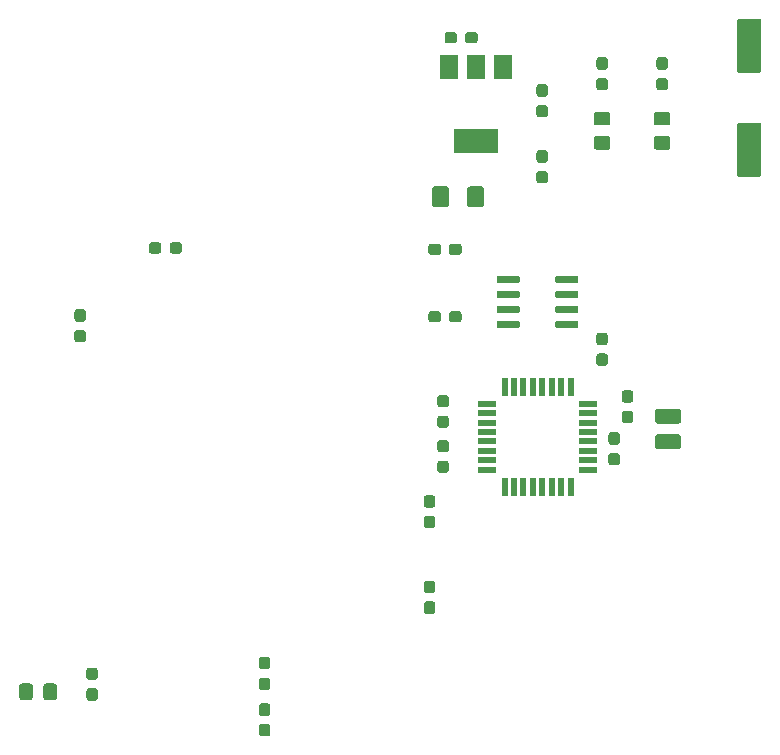
<source format=gbr>
G04 #@! TF.GenerationSoftware,KiCad,Pcbnew,(5.1.5)-3*
G04 #@! TF.CreationDate,2021-01-23T10:44:03+01:00*
G04 #@! TF.ProjectId,PONG_Display,504f4e47-5f44-4697-9370-6c61792e6b69,rev?*
G04 #@! TF.SameCoordinates,Original*
G04 #@! TF.FileFunction,Paste,Top*
G04 #@! TF.FilePolarity,Positive*
%FSLAX46Y46*%
G04 Gerber Fmt 4.6, Leading zero omitted, Abs format (unit mm)*
G04 Created by KiCad (PCBNEW (5.1.5)-3) date 2021-01-23 10:44:03*
%MOMM*%
%LPD*%
G04 APERTURE LIST*
%ADD10C,0.100000*%
%ADD11R,3.800000X2.000000*%
%ADD12R,1.500000X2.000000*%
%ADD13R,1.600000X0.550000*%
%ADD14R,0.550000X1.600000*%
G04 APERTURE END LIST*
D10*
G36*
X54553779Y-14004144D02*
G01*
X54576834Y-14007563D01*
X54599443Y-14013227D01*
X54621387Y-14021079D01*
X54642457Y-14031044D01*
X54662448Y-14043026D01*
X54681168Y-14056910D01*
X54698438Y-14072562D01*
X54714090Y-14089832D01*
X54727974Y-14108552D01*
X54739956Y-14128543D01*
X54749921Y-14149613D01*
X54757773Y-14171557D01*
X54763437Y-14194166D01*
X54766856Y-14217221D01*
X54768000Y-14240500D01*
X54768000Y-14715500D01*
X54766856Y-14738779D01*
X54763437Y-14761834D01*
X54757773Y-14784443D01*
X54749921Y-14806387D01*
X54739956Y-14827457D01*
X54727974Y-14847448D01*
X54714090Y-14866168D01*
X54698438Y-14883438D01*
X54681168Y-14899090D01*
X54662448Y-14912974D01*
X54642457Y-14924956D01*
X54621387Y-14934921D01*
X54599443Y-14942773D01*
X54576834Y-14948437D01*
X54553779Y-14951856D01*
X54530500Y-14953000D01*
X53955500Y-14953000D01*
X53932221Y-14951856D01*
X53909166Y-14948437D01*
X53886557Y-14942773D01*
X53864613Y-14934921D01*
X53843543Y-14924956D01*
X53823552Y-14912974D01*
X53804832Y-14899090D01*
X53787562Y-14883438D01*
X53771910Y-14866168D01*
X53758026Y-14847448D01*
X53746044Y-14827457D01*
X53736079Y-14806387D01*
X53728227Y-14784443D01*
X53722563Y-14761834D01*
X53719144Y-14738779D01*
X53718000Y-14715500D01*
X53718000Y-14240500D01*
X53719144Y-14217221D01*
X53722563Y-14194166D01*
X53728227Y-14171557D01*
X53736079Y-14149613D01*
X53746044Y-14128543D01*
X53758026Y-14108552D01*
X53771910Y-14089832D01*
X53787562Y-14072562D01*
X53804832Y-14056910D01*
X53823552Y-14043026D01*
X53843543Y-14031044D01*
X53864613Y-14021079D01*
X53886557Y-14013227D01*
X53909166Y-14007563D01*
X53932221Y-14004144D01*
X53955500Y-14003000D01*
X54530500Y-14003000D01*
X54553779Y-14004144D01*
G37*
G36*
X56303779Y-14004144D02*
G01*
X56326834Y-14007563D01*
X56349443Y-14013227D01*
X56371387Y-14021079D01*
X56392457Y-14031044D01*
X56412448Y-14043026D01*
X56431168Y-14056910D01*
X56448438Y-14072562D01*
X56464090Y-14089832D01*
X56477974Y-14108552D01*
X56489956Y-14128543D01*
X56499921Y-14149613D01*
X56507773Y-14171557D01*
X56513437Y-14194166D01*
X56516856Y-14217221D01*
X56518000Y-14240500D01*
X56518000Y-14715500D01*
X56516856Y-14738779D01*
X56513437Y-14761834D01*
X56507773Y-14784443D01*
X56499921Y-14806387D01*
X56489956Y-14827457D01*
X56477974Y-14847448D01*
X56464090Y-14866168D01*
X56448438Y-14883438D01*
X56431168Y-14899090D01*
X56412448Y-14912974D01*
X56392457Y-14924956D01*
X56371387Y-14934921D01*
X56349443Y-14942773D01*
X56326834Y-14948437D01*
X56303779Y-14951856D01*
X56280500Y-14953000D01*
X55705500Y-14953000D01*
X55682221Y-14951856D01*
X55659166Y-14948437D01*
X55636557Y-14942773D01*
X55614613Y-14934921D01*
X55593543Y-14924956D01*
X55573552Y-14912974D01*
X55554832Y-14899090D01*
X55537562Y-14883438D01*
X55521910Y-14866168D01*
X55508026Y-14847448D01*
X55496044Y-14827457D01*
X55486079Y-14806387D01*
X55478227Y-14784443D01*
X55472563Y-14761834D01*
X55469144Y-14738779D01*
X55468000Y-14715500D01*
X55468000Y-14240500D01*
X55469144Y-14217221D01*
X55472563Y-14194166D01*
X55478227Y-14171557D01*
X55486079Y-14149613D01*
X55496044Y-14128543D01*
X55508026Y-14108552D01*
X55521910Y-14089832D01*
X55537562Y-14072562D01*
X55554832Y-14056910D01*
X55573552Y-14043026D01*
X55593543Y-14031044D01*
X55614613Y-14021079D01*
X55636557Y-14013227D01*
X55659166Y-14007563D01*
X55682221Y-14004144D01*
X55705500Y-14003000D01*
X56280500Y-14003000D01*
X56303779Y-14004144D01*
G37*
G36*
X62236779Y-25751144D02*
G01*
X62259834Y-25754563D01*
X62282443Y-25760227D01*
X62304387Y-25768079D01*
X62325457Y-25778044D01*
X62345448Y-25790026D01*
X62364168Y-25803910D01*
X62381438Y-25819562D01*
X62397090Y-25836832D01*
X62410974Y-25855552D01*
X62422956Y-25875543D01*
X62432921Y-25896613D01*
X62440773Y-25918557D01*
X62446437Y-25941166D01*
X62449856Y-25964221D01*
X62451000Y-25987500D01*
X62451000Y-26562500D01*
X62449856Y-26585779D01*
X62446437Y-26608834D01*
X62440773Y-26631443D01*
X62432921Y-26653387D01*
X62422956Y-26674457D01*
X62410974Y-26694448D01*
X62397090Y-26713168D01*
X62381438Y-26730438D01*
X62364168Y-26746090D01*
X62345448Y-26759974D01*
X62325457Y-26771956D01*
X62304387Y-26781921D01*
X62282443Y-26789773D01*
X62259834Y-26795437D01*
X62236779Y-26798856D01*
X62213500Y-26800000D01*
X61738500Y-26800000D01*
X61715221Y-26798856D01*
X61692166Y-26795437D01*
X61669557Y-26789773D01*
X61647613Y-26781921D01*
X61626543Y-26771956D01*
X61606552Y-26759974D01*
X61587832Y-26746090D01*
X61570562Y-26730438D01*
X61554910Y-26713168D01*
X61541026Y-26694448D01*
X61529044Y-26674457D01*
X61519079Y-26653387D01*
X61511227Y-26631443D01*
X61505563Y-26608834D01*
X61502144Y-26585779D01*
X61501000Y-26562500D01*
X61501000Y-25987500D01*
X61502144Y-25964221D01*
X61505563Y-25941166D01*
X61511227Y-25918557D01*
X61519079Y-25896613D01*
X61529044Y-25875543D01*
X61541026Y-25855552D01*
X61554910Y-25836832D01*
X61570562Y-25819562D01*
X61587832Y-25803910D01*
X61606552Y-25790026D01*
X61626543Y-25778044D01*
X61647613Y-25768079D01*
X61669557Y-25760227D01*
X61692166Y-25754563D01*
X61715221Y-25751144D01*
X61738500Y-25750000D01*
X62213500Y-25750000D01*
X62236779Y-25751144D01*
G37*
G36*
X62236779Y-24001144D02*
G01*
X62259834Y-24004563D01*
X62282443Y-24010227D01*
X62304387Y-24018079D01*
X62325457Y-24028044D01*
X62345448Y-24040026D01*
X62364168Y-24053910D01*
X62381438Y-24069562D01*
X62397090Y-24086832D01*
X62410974Y-24105552D01*
X62422956Y-24125543D01*
X62432921Y-24146613D01*
X62440773Y-24168557D01*
X62446437Y-24191166D01*
X62449856Y-24214221D01*
X62451000Y-24237500D01*
X62451000Y-24812500D01*
X62449856Y-24835779D01*
X62446437Y-24858834D01*
X62440773Y-24881443D01*
X62432921Y-24903387D01*
X62422956Y-24924457D01*
X62410974Y-24944448D01*
X62397090Y-24963168D01*
X62381438Y-24980438D01*
X62364168Y-24996090D01*
X62345448Y-25009974D01*
X62325457Y-25021956D01*
X62304387Y-25031921D01*
X62282443Y-25039773D01*
X62259834Y-25045437D01*
X62236779Y-25048856D01*
X62213500Y-25050000D01*
X61738500Y-25050000D01*
X61715221Y-25048856D01*
X61692166Y-25045437D01*
X61669557Y-25039773D01*
X61647613Y-25031921D01*
X61626543Y-25021956D01*
X61606552Y-25009974D01*
X61587832Y-24996090D01*
X61570562Y-24980438D01*
X61554910Y-24963168D01*
X61541026Y-24944448D01*
X61529044Y-24924457D01*
X61519079Y-24903387D01*
X61511227Y-24881443D01*
X61505563Y-24858834D01*
X61502144Y-24835779D01*
X61501000Y-24812500D01*
X61501000Y-24237500D01*
X61502144Y-24214221D01*
X61505563Y-24191166D01*
X61511227Y-24168557D01*
X61519079Y-24146613D01*
X61529044Y-24125543D01*
X61541026Y-24105552D01*
X61554910Y-24086832D01*
X61570562Y-24069562D01*
X61587832Y-24053910D01*
X61606552Y-24040026D01*
X61626543Y-24028044D01*
X61647613Y-24018079D01*
X61669557Y-24010227D01*
X61692166Y-24004563D01*
X61715221Y-24001144D01*
X61738500Y-24000000D01*
X62213500Y-24000000D01*
X62236779Y-24001144D01*
G37*
G36*
X80326504Y-12859204D02*
G01*
X80350773Y-12862804D01*
X80374571Y-12868765D01*
X80397671Y-12877030D01*
X80419849Y-12887520D01*
X80440893Y-12900133D01*
X80460598Y-12914747D01*
X80478777Y-12931223D01*
X80495253Y-12949402D01*
X80509867Y-12969107D01*
X80522480Y-12990151D01*
X80532970Y-13012329D01*
X80541235Y-13035429D01*
X80547196Y-13059227D01*
X80550796Y-13083496D01*
X80552000Y-13108000D01*
X80552000Y-17208000D01*
X80550796Y-17232504D01*
X80547196Y-17256773D01*
X80541235Y-17280571D01*
X80532970Y-17303671D01*
X80522480Y-17325849D01*
X80509867Y-17346893D01*
X80495253Y-17366598D01*
X80478777Y-17384777D01*
X80460598Y-17401253D01*
X80440893Y-17415867D01*
X80419849Y-17428480D01*
X80397671Y-17438970D01*
X80374571Y-17447235D01*
X80350773Y-17453196D01*
X80326504Y-17456796D01*
X80302000Y-17458000D01*
X78702000Y-17458000D01*
X78677496Y-17456796D01*
X78653227Y-17453196D01*
X78629429Y-17447235D01*
X78606329Y-17438970D01*
X78584151Y-17428480D01*
X78563107Y-17415867D01*
X78543402Y-17401253D01*
X78525223Y-17384777D01*
X78508747Y-17366598D01*
X78494133Y-17346893D01*
X78481520Y-17325849D01*
X78471030Y-17303671D01*
X78462765Y-17280571D01*
X78456804Y-17256773D01*
X78453204Y-17232504D01*
X78452000Y-17208000D01*
X78452000Y-13108000D01*
X78453204Y-13083496D01*
X78456804Y-13059227D01*
X78462765Y-13035429D01*
X78471030Y-13012329D01*
X78481520Y-12990151D01*
X78494133Y-12969107D01*
X78508747Y-12949402D01*
X78525223Y-12931223D01*
X78543402Y-12914747D01*
X78563107Y-12900133D01*
X78584151Y-12887520D01*
X78606329Y-12877030D01*
X78629429Y-12868765D01*
X78653227Y-12862804D01*
X78677496Y-12859204D01*
X78702000Y-12858000D01*
X80302000Y-12858000D01*
X80326504Y-12859204D01*
G37*
G36*
X80326504Y-21659204D02*
G01*
X80350773Y-21662804D01*
X80374571Y-21668765D01*
X80397671Y-21677030D01*
X80419849Y-21687520D01*
X80440893Y-21700133D01*
X80460598Y-21714747D01*
X80478777Y-21731223D01*
X80495253Y-21749402D01*
X80509867Y-21769107D01*
X80522480Y-21790151D01*
X80532970Y-21812329D01*
X80541235Y-21835429D01*
X80547196Y-21859227D01*
X80550796Y-21883496D01*
X80552000Y-21908000D01*
X80552000Y-26008000D01*
X80550796Y-26032504D01*
X80547196Y-26056773D01*
X80541235Y-26080571D01*
X80532970Y-26103671D01*
X80522480Y-26125849D01*
X80509867Y-26146893D01*
X80495253Y-26166598D01*
X80478777Y-26184777D01*
X80460598Y-26201253D01*
X80440893Y-26215867D01*
X80419849Y-26228480D01*
X80397671Y-26238970D01*
X80374571Y-26247235D01*
X80350773Y-26253196D01*
X80326504Y-26256796D01*
X80302000Y-26258000D01*
X78702000Y-26258000D01*
X78677496Y-26256796D01*
X78653227Y-26253196D01*
X78629429Y-26247235D01*
X78606329Y-26238970D01*
X78584151Y-26228480D01*
X78563107Y-26215867D01*
X78543402Y-26201253D01*
X78525223Y-26184777D01*
X78508747Y-26166598D01*
X78494133Y-26146893D01*
X78481520Y-26125849D01*
X78471030Y-26103671D01*
X78462765Y-26080571D01*
X78456804Y-26056773D01*
X78453204Y-26032504D01*
X78452000Y-26008000D01*
X78452000Y-21908000D01*
X78453204Y-21883496D01*
X78456804Y-21859227D01*
X78462765Y-21835429D01*
X78471030Y-21812329D01*
X78481520Y-21790151D01*
X78494133Y-21769107D01*
X78508747Y-21749402D01*
X78525223Y-21731223D01*
X78543402Y-21714747D01*
X78563107Y-21700133D01*
X78584151Y-21687520D01*
X78606329Y-21677030D01*
X78629429Y-21668765D01*
X78653227Y-21662804D01*
X78677496Y-21659204D01*
X78702000Y-21658000D01*
X80302000Y-21658000D01*
X80326504Y-21659204D01*
G37*
G36*
X31270779Y-31798144D02*
G01*
X31293834Y-31801563D01*
X31316443Y-31807227D01*
X31338387Y-31815079D01*
X31359457Y-31825044D01*
X31379448Y-31837026D01*
X31398168Y-31850910D01*
X31415438Y-31866562D01*
X31431090Y-31883832D01*
X31444974Y-31902552D01*
X31456956Y-31922543D01*
X31466921Y-31943613D01*
X31474773Y-31965557D01*
X31480437Y-31988166D01*
X31483856Y-32011221D01*
X31485000Y-32034500D01*
X31485000Y-32509500D01*
X31483856Y-32532779D01*
X31480437Y-32555834D01*
X31474773Y-32578443D01*
X31466921Y-32600387D01*
X31456956Y-32621457D01*
X31444974Y-32641448D01*
X31431090Y-32660168D01*
X31415438Y-32677438D01*
X31398168Y-32693090D01*
X31379448Y-32706974D01*
X31359457Y-32718956D01*
X31338387Y-32728921D01*
X31316443Y-32736773D01*
X31293834Y-32742437D01*
X31270779Y-32745856D01*
X31247500Y-32747000D01*
X30672500Y-32747000D01*
X30649221Y-32745856D01*
X30626166Y-32742437D01*
X30603557Y-32736773D01*
X30581613Y-32728921D01*
X30560543Y-32718956D01*
X30540552Y-32706974D01*
X30521832Y-32693090D01*
X30504562Y-32677438D01*
X30488910Y-32660168D01*
X30475026Y-32641448D01*
X30463044Y-32621457D01*
X30453079Y-32600387D01*
X30445227Y-32578443D01*
X30439563Y-32555834D01*
X30436144Y-32532779D01*
X30435000Y-32509500D01*
X30435000Y-32034500D01*
X30436144Y-32011221D01*
X30439563Y-31988166D01*
X30445227Y-31965557D01*
X30453079Y-31943613D01*
X30463044Y-31922543D01*
X30475026Y-31902552D01*
X30488910Y-31883832D01*
X30504562Y-31866562D01*
X30521832Y-31850910D01*
X30540552Y-31837026D01*
X30560543Y-31825044D01*
X30581613Y-31815079D01*
X30603557Y-31807227D01*
X30626166Y-31801563D01*
X30649221Y-31798144D01*
X30672500Y-31797000D01*
X31247500Y-31797000D01*
X31270779Y-31798144D01*
G37*
G36*
X29520779Y-31798144D02*
G01*
X29543834Y-31801563D01*
X29566443Y-31807227D01*
X29588387Y-31815079D01*
X29609457Y-31825044D01*
X29629448Y-31837026D01*
X29648168Y-31850910D01*
X29665438Y-31866562D01*
X29681090Y-31883832D01*
X29694974Y-31902552D01*
X29706956Y-31922543D01*
X29716921Y-31943613D01*
X29724773Y-31965557D01*
X29730437Y-31988166D01*
X29733856Y-32011221D01*
X29735000Y-32034500D01*
X29735000Y-32509500D01*
X29733856Y-32532779D01*
X29730437Y-32555834D01*
X29724773Y-32578443D01*
X29716921Y-32600387D01*
X29706956Y-32621457D01*
X29694974Y-32641448D01*
X29681090Y-32660168D01*
X29665438Y-32677438D01*
X29648168Y-32693090D01*
X29629448Y-32706974D01*
X29609457Y-32718956D01*
X29588387Y-32728921D01*
X29566443Y-32736773D01*
X29543834Y-32742437D01*
X29520779Y-32745856D01*
X29497500Y-32747000D01*
X28922500Y-32747000D01*
X28899221Y-32745856D01*
X28876166Y-32742437D01*
X28853557Y-32736773D01*
X28831613Y-32728921D01*
X28810543Y-32718956D01*
X28790552Y-32706974D01*
X28771832Y-32693090D01*
X28754562Y-32677438D01*
X28738910Y-32660168D01*
X28725026Y-32641448D01*
X28713044Y-32621457D01*
X28703079Y-32600387D01*
X28695227Y-32578443D01*
X28689563Y-32555834D01*
X28686144Y-32532779D01*
X28685000Y-32509500D01*
X28685000Y-32034500D01*
X28686144Y-32011221D01*
X28689563Y-31988166D01*
X28695227Y-31965557D01*
X28703079Y-31943613D01*
X28713044Y-31922543D01*
X28725026Y-31902552D01*
X28738910Y-31883832D01*
X28754562Y-31866562D01*
X28771832Y-31850910D01*
X28790552Y-31837026D01*
X28810543Y-31825044D01*
X28831613Y-31815079D01*
X28853557Y-31807227D01*
X28876166Y-31801563D01*
X28899221Y-31798144D01*
X28922500Y-31797000D01*
X29497500Y-31797000D01*
X29520779Y-31798144D01*
G37*
G36*
X68332779Y-49627144D02*
G01*
X68355834Y-49630563D01*
X68378443Y-49636227D01*
X68400387Y-49644079D01*
X68421457Y-49654044D01*
X68441448Y-49666026D01*
X68460168Y-49679910D01*
X68477438Y-49695562D01*
X68493090Y-49712832D01*
X68506974Y-49731552D01*
X68518956Y-49751543D01*
X68528921Y-49772613D01*
X68536773Y-49794557D01*
X68542437Y-49817166D01*
X68545856Y-49840221D01*
X68547000Y-49863500D01*
X68547000Y-50438500D01*
X68545856Y-50461779D01*
X68542437Y-50484834D01*
X68536773Y-50507443D01*
X68528921Y-50529387D01*
X68518956Y-50550457D01*
X68506974Y-50570448D01*
X68493090Y-50589168D01*
X68477438Y-50606438D01*
X68460168Y-50622090D01*
X68441448Y-50635974D01*
X68421457Y-50647956D01*
X68400387Y-50657921D01*
X68378443Y-50665773D01*
X68355834Y-50671437D01*
X68332779Y-50674856D01*
X68309500Y-50676000D01*
X67834500Y-50676000D01*
X67811221Y-50674856D01*
X67788166Y-50671437D01*
X67765557Y-50665773D01*
X67743613Y-50657921D01*
X67722543Y-50647956D01*
X67702552Y-50635974D01*
X67683832Y-50622090D01*
X67666562Y-50606438D01*
X67650910Y-50589168D01*
X67637026Y-50570448D01*
X67625044Y-50550457D01*
X67615079Y-50529387D01*
X67607227Y-50507443D01*
X67601563Y-50484834D01*
X67598144Y-50461779D01*
X67597000Y-50438500D01*
X67597000Y-49863500D01*
X67598144Y-49840221D01*
X67601563Y-49817166D01*
X67607227Y-49794557D01*
X67615079Y-49772613D01*
X67625044Y-49751543D01*
X67637026Y-49731552D01*
X67650910Y-49712832D01*
X67666562Y-49695562D01*
X67683832Y-49679910D01*
X67702552Y-49666026D01*
X67722543Y-49654044D01*
X67743613Y-49644079D01*
X67765557Y-49636227D01*
X67788166Y-49630563D01*
X67811221Y-49627144D01*
X67834500Y-49626000D01*
X68309500Y-49626000D01*
X68332779Y-49627144D01*
G37*
G36*
X68332779Y-47877144D02*
G01*
X68355834Y-47880563D01*
X68378443Y-47886227D01*
X68400387Y-47894079D01*
X68421457Y-47904044D01*
X68441448Y-47916026D01*
X68460168Y-47929910D01*
X68477438Y-47945562D01*
X68493090Y-47962832D01*
X68506974Y-47981552D01*
X68518956Y-48001543D01*
X68528921Y-48022613D01*
X68536773Y-48044557D01*
X68542437Y-48067166D01*
X68545856Y-48090221D01*
X68547000Y-48113500D01*
X68547000Y-48688500D01*
X68545856Y-48711779D01*
X68542437Y-48734834D01*
X68536773Y-48757443D01*
X68528921Y-48779387D01*
X68518956Y-48800457D01*
X68506974Y-48820448D01*
X68493090Y-48839168D01*
X68477438Y-48856438D01*
X68460168Y-48872090D01*
X68441448Y-48885974D01*
X68421457Y-48897956D01*
X68400387Y-48907921D01*
X68378443Y-48915773D01*
X68355834Y-48921437D01*
X68332779Y-48924856D01*
X68309500Y-48926000D01*
X67834500Y-48926000D01*
X67811221Y-48924856D01*
X67788166Y-48921437D01*
X67765557Y-48915773D01*
X67743613Y-48907921D01*
X67722543Y-48897956D01*
X67702552Y-48885974D01*
X67683832Y-48872090D01*
X67666562Y-48856438D01*
X67650910Y-48839168D01*
X67637026Y-48820448D01*
X67625044Y-48800457D01*
X67615079Y-48779387D01*
X67607227Y-48757443D01*
X67601563Y-48734834D01*
X67598144Y-48711779D01*
X67597000Y-48688500D01*
X67597000Y-48113500D01*
X67598144Y-48090221D01*
X67601563Y-48067166D01*
X67607227Y-48044557D01*
X67615079Y-48022613D01*
X67625044Y-48001543D01*
X67637026Y-47981552D01*
X67650910Y-47962832D01*
X67666562Y-47945562D01*
X67683832Y-47929910D01*
X67702552Y-47916026D01*
X67722543Y-47904044D01*
X67743613Y-47894079D01*
X67765557Y-47886227D01*
X67788166Y-47880563D01*
X67811221Y-47877144D01*
X67834500Y-47876000D01*
X68309500Y-47876000D01*
X68332779Y-47877144D01*
G37*
G36*
X23120779Y-39213144D02*
G01*
X23143834Y-39216563D01*
X23166443Y-39222227D01*
X23188387Y-39230079D01*
X23209457Y-39240044D01*
X23229448Y-39252026D01*
X23248168Y-39265910D01*
X23265438Y-39281562D01*
X23281090Y-39298832D01*
X23294974Y-39317552D01*
X23306956Y-39337543D01*
X23316921Y-39358613D01*
X23324773Y-39380557D01*
X23330437Y-39403166D01*
X23333856Y-39426221D01*
X23335000Y-39449500D01*
X23335000Y-40024500D01*
X23333856Y-40047779D01*
X23330437Y-40070834D01*
X23324773Y-40093443D01*
X23316921Y-40115387D01*
X23306956Y-40136457D01*
X23294974Y-40156448D01*
X23281090Y-40175168D01*
X23265438Y-40192438D01*
X23248168Y-40208090D01*
X23229448Y-40221974D01*
X23209457Y-40233956D01*
X23188387Y-40243921D01*
X23166443Y-40251773D01*
X23143834Y-40257437D01*
X23120779Y-40260856D01*
X23097500Y-40262000D01*
X22622500Y-40262000D01*
X22599221Y-40260856D01*
X22576166Y-40257437D01*
X22553557Y-40251773D01*
X22531613Y-40243921D01*
X22510543Y-40233956D01*
X22490552Y-40221974D01*
X22471832Y-40208090D01*
X22454562Y-40192438D01*
X22438910Y-40175168D01*
X22425026Y-40156448D01*
X22413044Y-40136457D01*
X22403079Y-40115387D01*
X22395227Y-40093443D01*
X22389563Y-40070834D01*
X22386144Y-40047779D01*
X22385000Y-40024500D01*
X22385000Y-39449500D01*
X22386144Y-39426221D01*
X22389563Y-39403166D01*
X22395227Y-39380557D01*
X22403079Y-39358613D01*
X22413044Y-39337543D01*
X22425026Y-39317552D01*
X22438910Y-39298832D01*
X22454562Y-39281562D01*
X22471832Y-39265910D01*
X22490552Y-39252026D01*
X22510543Y-39240044D01*
X22531613Y-39230079D01*
X22553557Y-39222227D01*
X22576166Y-39216563D01*
X22599221Y-39213144D01*
X22622500Y-39212000D01*
X23097500Y-39212000D01*
X23120779Y-39213144D01*
G37*
G36*
X23120779Y-37463144D02*
G01*
X23143834Y-37466563D01*
X23166443Y-37472227D01*
X23188387Y-37480079D01*
X23209457Y-37490044D01*
X23229448Y-37502026D01*
X23248168Y-37515910D01*
X23265438Y-37531562D01*
X23281090Y-37548832D01*
X23294974Y-37567552D01*
X23306956Y-37587543D01*
X23316921Y-37608613D01*
X23324773Y-37630557D01*
X23330437Y-37653166D01*
X23333856Y-37676221D01*
X23335000Y-37699500D01*
X23335000Y-38274500D01*
X23333856Y-38297779D01*
X23330437Y-38320834D01*
X23324773Y-38343443D01*
X23316921Y-38365387D01*
X23306956Y-38386457D01*
X23294974Y-38406448D01*
X23281090Y-38425168D01*
X23265438Y-38442438D01*
X23248168Y-38458090D01*
X23229448Y-38471974D01*
X23209457Y-38483956D01*
X23188387Y-38493921D01*
X23166443Y-38501773D01*
X23143834Y-38507437D01*
X23120779Y-38510856D01*
X23097500Y-38512000D01*
X22622500Y-38512000D01*
X22599221Y-38510856D01*
X22576166Y-38507437D01*
X22553557Y-38501773D01*
X22531613Y-38493921D01*
X22510543Y-38483956D01*
X22490552Y-38471974D01*
X22471832Y-38458090D01*
X22454562Y-38442438D01*
X22438910Y-38425168D01*
X22425026Y-38406448D01*
X22413044Y-38386457D01*
X22403079Y-38365387D01*
X22395227Y-38343443D01*
X22389563Y-38320834D01*
X22386144Y-38297779D01*
X22385000Y-38274500D01*
X22385000Y-37699500D01*
X22386144Y-37676221D01*
X22389563Y-37653166D01*
X22395227Y-37630557D01*
X22403079Y-37608613D01*
X22413044Y-37587543D01*
X22425026Y-37567552D01*
X22438910Y-37548832D01*
X22454562Y-37531562D01*
X22471832Y-37515910D01*
X22490552Y-37502026D01*
X22510543Y-37490044D01*
X22531613Y-37480079D01*
X22553557Y-37472227D01*
X22576166Y-37466563D01*
X22599221Y-37463144D01*
X22622500Y-37462000D01*
X23097500Y-37462000D01*
X23120779Y-37463144D01*
G37*
D11*
X56388000Y-23216000D03*
D12*
X56388000Y-16916000D03*
X54088000Y-16916000D03*
X58688000Y-16916000D03*
D13*
X57345000Y-45460000D03*
X57345000Y-46260000D03*
X57345000Y-47060000D03*
X57345000Y-47860000D03*
X57345000Y-48660000D03*
X57345000Y-49460000D03*
X57345000Y-50260000D03*
X57345000Y-51060000D03*
D14*
X58795000Y-52510000D03*
X59595000Y-52510000D03*
X60395000Y-52510000D03*
X61195000Y-52510000D03*
X61995000Y-52510000D03*
X62795000Y-52510000D03*
X63595000Y-52510000D03*
X64395000Y-52510000D03*
D13*
X65845000Y-51060000D03*
X65845000Y-50260000D03*
X65845000Y-49460000D03*
X65845000Y-48660000D03*
X65845000Y-47860000D03*
X65845000Y-47060000D03*
X65845000Y-46260000D03*
X65845000Y-45460000D03*
D14*
X64395000Y-44010000D03*
X63595000Y-44010000D03*
X62795000Y-44010000D03*
X61995000Y-44010000D03*
X61195000Y-44010000D03*
X60395000Y-44010000D03*
X59595000Y-44010000D03*
X58795000Y-44010000D03*
D10*
G36*
X59959703Y-34625722D02*
G01*
X59974264Y-34627882D01*
X59988543Y-34631459D01*
X60002403Y-34636418D01*
X60015710Y-34642712D01*
X60028336Y-34650280D01*
X60040159Y-34659048D01*
X60051066Y-34668934D01*
X60060952Y-34679841D01*
X60069720Y-34691664D01*
X60077288Y-34704290D01*
X60083582Y-34717597D01*
X60088541Y-34731457D01*
X60092118Y-34745736D01*
X60094278Y-34760297D01*
X60095000Y-34775000D01*
X60095000Y-35075000D01*
X60094278Y-35089703D01*
X60092118Y-35104264D01*
X60088541Y-35118543D01*
X60083582Y-35132403D01*
X60077288Y-35145710D01*
X60069720Y-35158336D01*
X60060952Y-35170159D01*
X60051066Y-35181066D01*
X60040159Y-35190952D01*
X60028336Y-35199720D01*
X60015710Y-35207288D01*
X60002403Y-35213582D01*
X59988543Y-35218541D01*
X59974264Y-35222118D01*
X59959703Y-35224278D01*
X59945000Y-35225000D01*
X58295000Y-35225000D01*
X58280297Y-35224278D01*
X58265736Y-35222118D01*
X58251457Y-35218541D01*
X58237597Y-35213582D01*
X58224290Y-35207288D01*
X58211664Y-35199720D01*
X58199841Y-35190952D01*
X58188934Y-35181066D01*
X58179048Y-35170159D01*
X58170280Y-35158336D01*
X58162712Y-35145710D01*
X58156418Y-35132403D01*
X58151459Y-35118543D01*
X58147882Y-35104264D01*
X58145722Y-35089703D01*
X58145000Y-35075000D01*
X58145000Y-34775000D01*
X58145722Y-34760297D01*
X58147882Y-34745736D01*
X58151459Y-34731457D01*
X58156418Y-34717597D01*
X58162712Y-34704290D01*
X58170280Y-34691664D01*
X58179048Y-34679841D01*
X58188934Y-34668934D01*
X58199841Y-34659048D01*
X58211664Y-34650280D01*
X58224290Y-34642712D01*
X58237597Y-34636418D01*
X58251457Y-34631459D01*
X58265736Y-34627882D01*
X58280297Y-34625722D01*
X58295000Y-34625000D01*
X59945000Y-34625000D01*
X59959703Y-34625722D01*
G37*
G36*
X59959703Y-35895722D02*
G01*
X59974264Y-35897882D01*
X59988543Y-35901459D01*
X60002403Y-35906418D01*
X60015710Y-35912712D01*
X60028336Y-35920280D01*
X60040159Y-35929048D01*
X60051066Y-35938934D01*
X60060952Y-35949841D01*
X60069720Y-35961664D01*
X60077288Y-35974290D01*
X60083582Y-35987597D01*
X60088541Y-36001457D01*
X60092118Y-36015736D01*
X60094278Y-36030297D01*
X60095000Y-36045000D01*
X60095000Y-36345000D01*
X60094278Y-36359703D01*
X60092118Y-36374264D01*
X60088541Y-36388543D01*
X60083582Y-36402403D01*
X60077288Y-36415710D01*
X60069720Y-36428336D01*
X60060952Y-36440159D01*
X60051066Y-36451066D01*
X60040159Y-36460952D01*
X60028336Y-36469720D01*
X60015710Y-36477288D01*
X60002403Y-36483582D01*
X59988543Y-36488541D01*
X59974264Y-36492118D01*
X59959703Y-36494278D01*
X59945000Y-36495000D01*
X58295000Y-36495000D01*
X58280297Y-36494278D01*
X58265736Y-36492118D01*
X58251457Y-36488541D01*
X58237597Y-36483582D01*
X58224290Y-36477288D01*
X58211664Y-36469720D01*
X58199841Y-36460952D01*
X58188934Y-36451066D01*
X58179048Y-36440159D01*
X58170280Y-36428336D01*
X58162712Y-36415710D01*
X58156418Y-36402403D01*
X58151459Y-36388543D01*
X58147882Y-36374264D01*
X58145722Y-36359703D01*
X58145000Y-36345000D01*
X58145000Y-36045000D01*
X58145722Y-36030297D01*
X58147882Y-36015736D01*
X58151459Y-36001457D01*
X58156418Y-35987597D01*
X58162712Y-35974290D01*
X58170280Y-35961664D01*
X58179048Y-35949841D01*
X58188934Y-35938934D01*
X58199841Y-35929048D01*
X58211664Y-35920280D01*
X58224290Y-35912712D01*
X58237597Y-35906418D01*
X58251457Y-35901459D01*
X58265736Y-35897882D01*
X58280297Y-35895722D01*
X58295000Y-35895000D01*
X59945000Y-35895000D01*
X59959703Y-35895722D01*
G37*
G36*
X59959703Y-37165722D02*
G01*
X59974264Y-37167882D01*
X59988543Y-37171459D01*
X60002403Y-37176418D01*
X60015710Y-37182712D01*
X60028336Y-37190280D01*
X60040159Y-37199048D01*
X60051066Y-37208934D01*
X60060952Y-37219841D01*
X60069720Y-37231664D01*
X60077288Y-37244290D01*
X60083582Y-37257597D01*
X60088541Y-37271457D01*
X60092118Y-37285736D01*
X60094278Y-37300297D01*
X60095000Y-37315000D01*
X60095000Y-37615000D01*
X60094278Y-37629703D01*
X60092118Y-37644264D01*
X60088541Y-37658543D01*
X60083582Y-37672403D01*
X60077288Y-37685710D01*
X60069720Y-37698336D01*
X60060952Y-37710159D01*
X60051066Y-37721066D01*
X60040159Y-37730952D01*
X60028336Y-37739720D01*
X60015710Y-37747288D01*
X60002403Y-37753582D01*
X59988543Y-37758541D01*
X59974264Y-37762118D01*
X59959703Y-37764278D01*
X59945000Y-37765000D01*
X58295000Y-37765000D01*
X58280297Y-37764278D01*
X58265736Y-37762118D01*
X58251457Y-37758541D01*
X58237597Y-37753582D01*
X58224290Y-37747288D01*
X58211664Y-37739720D01*
X58199841Y-37730952D01*
X58188934Y-37721066D01*
X58179048Y-37710159D01*
X58170280Y-37698336D01*
X58162712Y-37685710D01*
X58156418Y-37672403D01*
X58151459Y-37658543D01*
X58147882Y-37644264D01*
X58145722Y-37629703D01*
X58145000Y-37615000D01*
X58145000Y-37315000D01*
X58145722Y-37300297D01*
X58147882Y-37285736D01*
X58151459Y-37271457D01*
X58156418Y-37257597D01*
X58162712Y-37244290D01*
X58170280Y-37231664D01*
X58179048Y-37219841D01*
X58188934Y-37208934D01*
X58199841Y-37199048D01*
X58211664Y-37190280D01*
X58224290Y-37182712D01*
X58237597Y-37176418D01*
X58251457Y-37171459D01*
X58265736Y-37167882D01*
X58280297Y-37165722D01*
X58295000Y-37165000D01*
X59945000Y-37165000D01*
X59959703Y-37165722D01*
G37*
G36*
X59959703Y-38435722D02*
G01*
X59974264Y-38437882D01*
X59988543Y-38441459D01*
X60002403Y-38446418D01*
X60015710Y-38452712D01*
X60028336Y-38460280D01*
X60040159Y-38469048D01*
X60051066Y-38478934D01*
X60060952Y-38489841D01*
X60069720Y-38501664D01*
X60077288Y-38514290D01*
X60083582Y-38527597D01*
X60088541Y-38541457D01*
X60092118Y-38555736D01*
X60094278Y-38570297D01*
X60095000Y-38585000D01*
X60095000Y-38885000D01*
X60094278Y-38899703D01*
X60092118Y-38914264D01*
X60088541Y-38928543D01*
X60083582Y-38942403D01*
X60077288Y-38955710D01*
X60069720Y-38968336D01*
X60060952Y-38980159D01*
X60051066Y-38991066D01*
X60040159Y-39000952D01*
X60028336Y-39009720D01*
X60015710Y-39017288D01*
X60002403Y-39023582D01*
X59988543Y-39028541D01*
X59974264Y-39032118D01*
X59959703Y-39034278D01*
X59945000Y-39035000D01*
X58295000Y-39035000D01*
X58280297Y-39034278D01*
X58265736Y-39032118D01*
X58251457Y-39028541D01*
X58237597Y-39023582D01*
X58224290Y-39017288D01*
X58211664Y-39009720D01*
X58199841Y-39000952D01*
X58188934Y-38991066D01*
X58179048Y-38980159D01*
X58170280Y-38968336D01*
X58162712Y-38955710D01*
X58156418Y-38942403D01*
X58151459Y-38928543D01*
X58147882Y-38914264D01*
X58145722Y-38899703D01*
X58145000Y-38885000D01*
X58145000Y-38585000D01*
X58145722Y-38570297D01*
X58147882Y-38555736D01*
X58151459Y-38541457D01*
X58156418Y-38527597D01*
X58162712Y-38514290D01*
X58170280Y-38501664D01*
X58179048Y-38489841D01*
X58188934Y-38478934D01*
X58199841Y-38469048D01*
X58211664Y-38460280D01*
X58224290Y-38452712D01*
X58237597Y-38446418D01*
X58251457Y-38441459D01*
X58265736Y-38437882D01*
X58280297Y-38435722D01*
X58295000Y-38435000D01*
X59945000Y-38435000D01*
X59959703Y-38435722D01*
G37*
G36*
X64909703Y-38435722D02*
G01*
X64924264Y-38437882D01*
X64938543Y-38441459D01*
X64952403Y-38446418D01*
X64965710Y-38452712D01*
X64978336Y-38460280D01*
X64990159Y-38469048D01*
X65001066Y-38478934D01*
X65010952Y-38489841D01*
X65019720Y-38501664D01*
X65027288Y-38514290D01*
X65033582Y-38527597D01*
X65038541Y-38541457D01*
X65042118Y-38555736D01*
X65044278Y-38570297D01*
X65045000Y-38585000D01*
X65045000Y-38885000D01*
X65044278Y-38899703D01*
X65042118Y-38914264D01*
X65038541Y-38928543D01*
X65033582Y-38942403D01*
X65027288Y-38955710D01*
X65019720Y-38968336D01*
X65010952Y-38980159D01*
X65001066Y-38991066D01*
X64990159Y-39000952D01*
X64978336Y-39009720D01*
X64965710Y-39017288D01*
X64952403Y-39023582D01*
X64938543Y-39028541D01*
X64924264Y-39032118D01*
X64909703Y-39034278D01*
X64895000Y-39035000D01*
X63245000Y-39035000D01*
X63230297Y-39034278D01*
X63215736Y-39032118D01*
X63201457Y-39028541D01*
X63187597Y-39023582D01*
X63174290Y-39017288D01*
X63161664Y-39009720D01*
X63149841Y-39000952D01*
X63138934Y-38991066D01*
X63129048Y-38980159D01*
X63120280Y-38968336D01*
X63112712Y-38955710D01*
X63106418Y-38942403D01*
X63101459Y-38928543D01*
X63097882Y-38914264D01*
X63095722Y-38899703D01*
X63095000Y-38885000D01*
X63095000Y-38585000D01*
X63095722Y-38570297D01*
X63097882Y-38555736D01*
X63101459Y-38541457D01*
X63106418Y-38527597D01*
X63112712Y-38514290D01*
X63120280Y-38501664D01*
X63129048Y-38489841D01*
X63138934Y-38478934D01*
X63149841Y-38469048D01*
X63161664Y-38460280D01*
X63174290Y-38452712D01*
X63187597Y-38446418D01*
X63201457Y-38441459D01*
X63215736Y-38437882D01*
X63230297Y-38435722D01*
X63245000Y-38435000D01*
X64895000Y-38435000D01*
X64909703Y-38435722D01*
G37*
G36*
X64909703Y-37165722D02*
G01*
X64924264Y-37167882D01*
X64938543Y-37171459D01*
X64952403Y-37176418D01*
X64965710Y-37182712D01*
X64978336Y-37190280D01*
X64990159Y-37199048D01*
X65001066Y-37208934D01*
X65010952Y-37219841D01*
X65019720Y-37231664D01*
X65027288Y-37244290D01*
X65033582Y-37257597D01*
X65038541Y-37271457D01*
X65042118Y-37285736D01*
X65044278Y-37300297D01*
X65045000Y-37315000D01*
X65045000Y-37615000D01*
X65044278Y-37629703D01*
X65042118Y-37644264D01*
X65038541Y-37658543D01*
X65033582Y-37672403D01*
X65027288Y-37685710D01*
X65019720Y-37698336D01*
X65010952Y-37710159D01*
X65001066Y-37721066D01*
X64990159Y-37730952D01*
X64978336Y-37739720D01*
X64965710Y-37747288D01*
X64952403Y-37753582D01*
X64938543Y-37758541D01*
X64924264Y-37762118D01*
X64909703Y-37764278D01*
X64895000Y-37765000D01*
X63245000Y-37765000D01*
X63230297Y-37764278D01*
X63215736Y-37762118D01*
X63201457Y-37758541D01*
X63187597Y-37753582D01*
X63174290Y-37747288D01*
X63161664Y-37739720D01*
X63149841Y-37730952D01*
X63138934Y-37721066D01*
X63129048Y-37710159D01*
X63120280Y-37698336D01*
X63112712Y-37685710D01*
X63106418Y-37672403D01*
X63101459Y-37658543D01*
X63097882Y-37644264D01*
X63095722Y-37629703D01*
X63095000Y-37615000D01*
X63095000Y-37315000D01*
X63095722Y-37300297D01*
X63097882Y-37285736D01*
X63101459Y-37271457D01*
X63106418Y-37257597D01*
X63112712Y-37244290D01*
X63120280Y-37231664D01*
X63129048Y-37219841D01*
X63138934Y-37208934D01*
X63149841Y-37199048D01*
X63161664Y-37190280D01*
X63174290Y-37182712D01*
X63187597Y-37176418D01*
X63201457Y-37171459D01*
X63215736Y-37167882D01*
X63230297Y-37165722D01*
X63245000Y-37165000D01*
X64895000Y-37165000D01*
X64909703Y-37165722D01*
G37*
G36*
X64909703Y-35895722D02*
G01*
X64924264Y-35897882D01*
X64938543Y-35901459D01*
X64952403Y-35906418D01*
X64965710Y-35912712D01*
X64978336Y-35920280D01*
X64990159Y-35929048D01*
X65001066Y-35938934D01*
X65010952Y-35949841D01*
X65019720Y-35961664D01*
X65027288Y-35974290D01*
X65033582Y-35987597D01*
X65038541Y-36001457D01*
X65042118Y-36015736D01*
X65044278Y-36030297D01*
X65045000Y-36045000D01*
X65045000Y-36345000D01*
X65044278Y-36359703D01*
X65042118Y-36374264D01*
X65038541Y-36388543D01*
X65033582Y-36402403D01*
X65027288Y-36415710D01*
X65019720Y-36428336D01*
X65010952Y-36440159D01*
X65001066Y-36451066D01*
X64990159Y-36460952D01*
X64978336Y-36469720D01*
X64965710Y-36477288D01*
X64952403Y-36483582D01*
X64938543Y-36488541D01*
X64924264Y-36492118D01*
X64909703Y-36494278D01*
X64895000Y-36495000D01*
X63245000Y-36495000D01*
X63230297Y-36494278D01*
X63215736Y-36492118D01*
X63201457Y-36488541D01*
X63187597Y-36483582D01*
X63174290Y-36477288D01*
X63161664Y-36469720D01*
X63149841Y-36460952D01*
X63138934Y-36451066D01*
X63129048Y-36440159D01*
X63120280Y-36428336D01*
X63112712Y-36415710D01*
X63106418Y-36402403D01*
X63101459Y-36388543D01*
X63097882Y-36374264D01*
X63095722Y-36359703D01*
X63095000Y-36345000D01*
X63095000Y-36045000D01*
X63095722Y-36030297D01*
X63097882Y-36015736D01*
X63101459Y-36001457D01*
X63106418Y-35987597D01*
X63112712Y-35974290D01*
X63120280Y-35961664D01*
X63129048Y-35949841D01*
X63138934Y-35938934D01*
X63149841Y-35929048D01*
X63161664Y-35920280D01*
X63174290Y-35912712D01*
X63187597Y-35906418D01*
X63201457Y-35901459D01*
X63215736Y-35897882D01*
X63230297Y-35895722D01*
X63245000Y-35895000D01*
X64895000Y-35895000D01*
X64909703Y-35895722D01*
G37*
G36*
X64909703Y-34625722D02*
G01*
X64924264Y-34627882D01*
X64938543Y-34631459D01*
X64952403Y-34636418D01*
X64965710Y-34642712D01*
X64978336Y-34650280D01*
X64990159Y-34659048D01*
X65001066Y-34668934D01*
X65010952Y-34679841D01*
X65019720Y-34691664D01*
X65027288Y-34704290D01*
X65033582Y-34717597D01*
X65038541Y-34731457D01*
X65042118Y-34745736D01*
X65044278Y-34760297D01*
X65045000Y-34775000D01*
X65045000Y-35075000D01*
X65044278Y-35089703D01*
X65042118Y-35104264D01*
X65038541Y-35118543D01*
X65033582Y-35132403D01*
X65027288Y-35145710D01*
X65019720Y-35158336D01*
X65010952Y-35170159D01*
X65001066Y-35181066D01*
X64990159Y-35190952D01*
X64978336Y-35199720D01*
X64965710Y-35207288D01*
X64952403Y-35213582D01*
X64938543Y-35218541D01*
X64924264Y-35222118D01*
X64909703Y-35224278D01*
X64895000Y-35225000D01*
X63245000Y-35225000D01*
X63230297Y-35224278D01*
X63215736Y-35222118D01*
X63201457Y-35218541D01*
X63187597Y-35213582D01*
X63174290Y-35207288D01*
X63161664Y-35199720D01*
X63149841Y-35190952D01*
X63138934Y-35181066D01*
X63129048Y-35170159D01*
X63120280Y-35158336D01*
X63112712Y-35145710D01*
X63106418Y-35132403D01*
X63101459Y-35118543D01*
X63097882Y-35104264D01*
X63095722Y-35089703D01*
X63095000Y-35075000D01*
X63095000Y-34775000D01*
X63095722Y-34760297D01*
X63097882Y-34745736D01*
X63101459Y-34731457D01*
X63106418Y-34717597D01*
X63112712Y-34704290D01*
X63120280Y-34691664D01*
X63129048Y-34679841D01*
X63138934Y-34668934D01*
X63149841Y-34659048D01*
X63161664Y-34650280D01*
X63174290Y-34642712D01*
X63187597Y-34636418D01*
X63201457Y-34631459D01*
X63215736Y-34627882D01*
X63230297Y-34625722D01*
X63245000Y-34625000D01*
X64895000Y-34625000D01*
X64909703Y-34625722D01*
G37*
G36*
X53863504Y-27066204D02*
G01*
X53887773Y-27069804D01*
X53911571Y-27075765D01*
X53934671Y-27084030D01*
X53956849Y-27094520D01*
X53977893Y-27107133D01*
X53997598Y-27121747D01*
X54015777Y-27138223D01*
X54032253Y-27156402D01*
X54046867Y-27176107D01*
X54059480Y-27197151D01*
X54069970Y-27219329D01*
X54078235Y-27242429D01*
X54084196Y-27266227D01*
X54087796Y-27290496D01*
X54089000Y-27315000D01*
X54089000Y-28565000D01*
X54087796Y-28589504D01*
X54084196Y-28613773D01*
X54078235Y-28637571D01*
X54069970Y-28660671D01*
X54059480Y-28682849D01*
X54046867Y-28703893D01*
X54032253Y-28723598D01*
X54015777Y-28741777D01*
X53997598Y-28758253D01*
X53977893Y-28772867D01*
X53956849Y-28785480D01*
X53934671Y-28795970D01*
X53911571Y-28804235D01*
X53887773Y-28810196D01*
X53863504Y-28813796D01*
X53839000Y-28815000D01*
X52914000Y-28815000D01*
X52889496Y-28813796D01*
X52865227Y-28810196D01*
X52841429Y-28804235D01*
X52818329Y-28795970D01*
X52796151Y-28785480D01*
X52775107Y-28772867D01*
X52755402Y-28758253D01*
X52737223Y-28741777D01*
X52720747Y-28723598D01*
X52706133Y-28703893D01*
X52693520Y-28682849D01*
X52683030Y-28660671D01*
X52674765Y-28637571D01*
X52668804Y-28613773D01*
X52665204Y-28589504D01*
X52664000Y-28565000D01*
X52664000Y-27315000D01*
X52665204Y-27290496D01*
X52668804Y-27266227D01*
X52674765Y-27242429D01*
X52683030Y-27219329D01*
X52693520Y-27197151D01*
X52706133Y-27176107D01*
X52720747Y-27156402D01*
X52737223Y-27138223D01*
X52755402Y-27121747D01*
X52775107Y-27107133D01*
X52796151Y-27094520D01*
X52818329Y-27084030D01*
X52841429Y-27075765D01*
X52865227Y-27069804D01*
X52889496Y-27066204D01*
X52914000Y-27065000D01*
X53839000Y-27065000D01*
X53863504Y-27066204D01*
G37*
G36*
X56838504Y-27066204D02*
G01*
X56862773Y-27069804D01*
X56886571Y-27075765D01*
X56909671Y-27084030D01*
X56931849Y-27094520D01*
X56952893Y-27107133D01*
X56972598Y-27121747D01*
X56990777Y-27138223D01*
X57007253Y-27156402D01*
X57021867Y-27176107D01*
X57034480Y-27197151D01*
X57044970Y-27219329D01*
X57053235Y-27242429D01*
X57059196Y-27266227D01*
X57062796Y-27290496D01*
X57064000Y-27315000D01*
X57064000Y-28565000D01*
X57062796Y-28589504D01*
X57059196Y-28613773D01*
X57053235Y-28637571D01*
X57044970Y-28660671D01*
X57034480Y-28682849D01*
X57021867Y-28703893D01*
X57007253Y-28723598D01*
X56990777Y-28741777D01*
X56972598Y-28758253D01*
X56952893Y-28772867D01*
X56931849Y-28785480D01*
X56909671Y-28795970D01*
X56886571Y-28804235D01*
X56862773Y-28810196D01*
X56838504Y-28813796D01*
X56814000Y-28815000D01*
X55889000Y-28815000D01*
X55864496Y-28813796D01*
X55840227Y-28810196D01*
X55816429Y-28804235D01*
X55793329Y-28795970D01*
X55771151Y-28785480D01*
X55750107Y-28772867D01*
X55730402Y-28758253D01*
X55712223Y-28741777D01*
X55695747Y-28723598D01*
X55681133Y-28703893D01*
X55668520Y-28682849D01*
X55658030Y-28660671D01*
X55649765Y-28637571D01*
X55643804Y-28613773D01*
X55640204Y-28589504D01*
X55639000Y-28565000D01*
X55639000Y-27315000D01*
X55640204Y-27290496D01*
X55643804Y-27266227D01*
X55649765Y-27242429D01*
X55658030Y-27219329D01*
X55668520Y-27197151D01*
X55681133Y-27176107D01*
X55695747Y-27156402D01*
X55712223Y-27138223D01*
X55730402Y-27121747D01*
X55750107Y-27107133D01*
X55771151Y-27094520D01*
X55793329Y-27084030D01*
X55816429Y-27075765D01*
X55840227Y-27069804D01*
X55864496Y-27066204D01*
X55889000Y-27065000D01*
X56814000Y-27065000D01*
X56838504Y-27066204D01*
G37*
G36*
X53854779Y-50276144D02*
G01*
X53877834Y-50279563D01*
X53900443Y-50285227D01*
X53922387Y-50293079D01*
X53943457Y-50303044D01*
X53963448Y-50315026D01*
X53982168Y-50328910D01*
X53999438Y-50344562D01*
X54015090Y-50361832D01*
X54028974Y-50380552D01*
X54040956Y-50400543D01*
X54050921Y-50421613D01*
X54058773Y-50443557D01*
X54064437Y-50466166D01*
X54067856Y-50489221D01*
X54069000Y-50512500D01*
X54069000Y-51087500D01*
X54067856Y-51110779D01*
X54064437Y-51133834D01*
X54058773Y-51156443D01*
X54050921Y-51178387D01*
X54040956Y-51199457D01*
X54028974Y-51219448D01*
X54015090Y-51238168D01*
X53999438Y-51255438D01*
X53982168Y-51271090D01*
X53963448Y-51284974D01*
X53943457Y-51296956D01*
X53922387Y-51306921D01*
X53900443Y-51314773D01*
X53877834Y-51320437D01*
X53854779Y-51323856D01*
X53831500Y-51325000D01*
X53356500Y-51325000D01*
X53333221Y-51323856D01*
X53310166Y-51320437D01*
X53287557Y-51314773D01*
X53265613Y-51306921D01*
X53244543Y-51296956D01*
X53224552Y-51284974D01*
X53205832Y-51271090D01*
X53188562Y-51255438D01*
X53172910Y-51238168D01*
X53159026Y-51219448D01*
X53147044Y-51199457D01*
X53137079Y-51178387D01*
X53129227Y-51156443D01*
X53123563Y-51133834D01*
X53120144Y-51110779D01*
X53119000Y-51087500D01*
X53119000Y-50512500D01*
X53120144Y-50489221D01*
X53123563Y-50466166D01*
X53129227Y-50443557D01*
X53137079Y-50421613D01*
X53147044Y-50400543D01*
X53159026Y-50380552D01*
X53172910Y-50361832D01*
X53188562Y-50344562D01*
X53205832Y-50328910D01*
X53224552Y-50315026D01*
X53244543Y-50303044D01*
X53265613Y-50293079D01*
X53287557Y-50285227D01*
X53310166Y-50279563D01*
X53333221Y-50276144D01*
X53356500Y-50275000D01*
X53831500Y-50275000D01*
X53854779Y-50276144D01*
G37*
G36*
X53854779Y-48526144D02*
G01*
X53877834Y-48529563D01*
X53900443Y-48535227D01*
X53922387Y-48543079D01*
X53943457Y-48553044D01*
X53963448Y-48565026D01*
X53982168Y-48578910D01*
X53999438Y-48594562D01*
X54015090Y-48611832D01*
X54028974Y-48630552D01*
X54040956Y-48650543D01*
X54050921Y-48671613D01*
X54058773Y-48693557D01*
X54064437Y-48716166D01*
X54067856Y-48739221D01*
X54069000Y-48762500D01*
X54069000Y-49337500D01*
X54067856Y-49360779D01*
X54064437Y-49383834D01*
X54058773Y-49406443D01*
X54050921Y-49428387D01*
X54040956Y-49449457D01*
X54028974Y-49469448D01*
X54015090Y-49488168D01*
X53999438Y-49505438D01*
X53982168Y-49521090D01*
X53963448Y-49534974D01*
X53943457Y-49546956D01*
X53922387Y-49556921D01*
X53900443Y-49564773D01*
X53877834Y-49570437D01*
X53854779Y-49573856D01*
X53831500Y-49575000D01*
X53356500Y-49575000D01*
X53333221Y-49573856D01*
X53310166Y-49570437D01*
X53287557Y-49564773D01*
X53265613Y-49556921D01*
X53244543Y-49546956D01*
X53224552Y-49534974D01*
X53205832Y-49521090D01*
X53188562Y-49505438D01*
X53172910Y-49488168D01*
X53159026Y-49469448D01*
X53147044Y-49449457D01*
X53137079Y-49428387D01*
X53129227Y-49406443D01*
X53123563Y-49383834D01*
X53120144Y-49360779D01*
X53119000Y-49337500D01*
X53119000Y-48762500D01*
X53120144Y-48739221D01*
X53123563Y-48716166D01*
X53129227Y-48693557D01*
X53137079Y-48671613D01*
X53147044Y-48650543D01*
X53159026Y-48630552D01*
X53172910Y-48611832D01*
X53188562Y-48594562D01*
X53205832Y-48578910D01*
X53224552Y-48565026D01*
X53244543Y-48553044D01*
X53265613Y-48543079D01*
X53287557Y-48535227D01*
X53310166Y-48529563D01*
X53333221Y-48526144D01*
X53356500Y-48525000D01*
X53831500Y-48525000D01*
X53854779Y-48526144D01*
G37*
G36*
X69475779Y-46071144D02*
G01*
X69498834Y-46074563D01*
X69521443Y-46080227D01*
X69543387Y-46088079D01*
X69564457Y-46098044D01*
X69584448Y-46110026D01*
X69603168Y-46123910D01*
X69620438Y-46139562D01*
X69636090Y-46156832D01*
X69649974Y-46175552D01*
X69661956Y-46195543D01*
X69671921Y-46216613D01*
X69679773Y-46238557D01*
X69685437Y-46261166D01*
X69688856Y-46284221D01*
X69690000Y-46307500D01*
X69690000Y-46882500D01*
X69688856Y-46905779D01*
X69685437Y-46928834D01*
X69679773Y-46951443D01*
X69671921Y-46973387D01*
X69661956Y-46994457D01*
X69649974Y-47014448D01*
X69636090Y-47033168D01*
X69620438Y-47050438D01*
X69603168Y-47066090D01*
X69584448Y-47079974D01*
X69564457Y-47091956D01*
X69543387Y-47101921D01*
X69521443Y-47109773D01*
X69498834Y-47115437D01*
X69475779Y-47118856D01*
X69452500Y-47120000D01*
X68977500Y-47120000D01*
X68954221Y-47118856D01*
X68931166Y-47115437D01*
X68908557Y-47109773D01*
X68886613Y-47101921D01*
X68865543Y-47091956D01*
X68845552Y-47079974D01*
X68826832Y-47066090D01*
X68809562Y-47050438D01*
X68793910Y-47033168D01*
X68780026Y-47014448D01*
X68768044Y-46994457D01*
X68758079Y-46973387D01*
X68750227Y-46951443D01*
X68744563Y-46928834D01*
X68741144Y-46905779D01*
X68740000Y-46882500D01*
X68740000Y-46307500D01*
X68741144Y-46284221D01*
X68744563Y-46261166D01*
X68750227Y-46238557D01*
X68758079Y-46216613D01*
X68768044Y-46195543D01*
X68780026Y-46175552D01*
X68793910Y-46156832D01*
X68809562Y-46139562D01*
X68826832Y-46123910D01*
X68845552Y-46110026D01*
X68865543Y-46098044D01*
X68886613Y-46088079D01*
X68908557Y-46080227D01*
X68931166Y-46074563D01*
X68954221Y-46071144D01*
X68977500Y-46070000D01*
X69452500Y-46070000D01*
X69475779Y-46071144D01*
G37*
G36*
X69475779Y-44321144D02*
G01*
X69498834Y-44324563D01*
X69521443Y-44330227D01*
X69543387Y-44338079D01*
X69564457Y-44348044D01*
X69584448Y-44360026D01*
X69603168Y-44373910D01*
X69620438Y-44389562D01*
X69636090Y-44406832D01*
X69649974Y-44425552D01*
X69661956Y-44445543D01*
X69671921Y-44466613D01*
X69679773Y-44488557D01*
X69685437Y-44511166D01*
X69688856Y-44534221D01*
X69690000Y-44557500D01*
X69690000Y-45132500D01*
X69688856Y-45155779D01*
X69685437Y-45178834D01*
X69679773Y-45201443D01*
X69671921Y-45223387D01*
X69661956Y-45244457D01*
X69649974Y-45264448D01*
X69636090Y-45283168D01*
X69620438Y-45300438D01*
X69603168Y-45316090D01*
X69584448Y-45329974D01*
X69564457Y-45341956D01*
X69543387Y-45351921D01*
X69521443Y-45359773D01*
X69498834Y-45365437D01*
X69475779Y-45368856D01*
X69452500Y-45370000D01*
X68977500Y-45370000D01*
X68954221Y-45368856D01*
X68931166Y-45365437D01*
X68908557Y-45359773D01*
X68886613Y-45351921D01*
X68865543Y-45341956D01*
X68845552Y-45329974D01*
X68826832Y-45316090D01*
X68809562Y-45300438D01*
X68793910Y-45283168D01*
X68780026Y-45264448D01*
X68768044Y-45244457D01*
X68758079Y-45223387D01*
X68750227Y-45201443D01*
X68744563Y-45178834D01*
X68741144Y-45155779D01*
X68740000Y-45132500D01*
X68740000Y-44557500D01*
X68741144Y-44534221D01*
X68744563Y-44511166D01*
X68750227Y-44488557D01*
X68758079Y-44466613D01*
X68768044Y-44445543D01*
X68780026Y-44425552D01*
X68793910Y-44406832D01*
X68809562Y-44389562D01*
X68826832Y-44373910D01*
X68845552Y-44360026D01*
X68865543Y-44348044D01*
X68886613Y-44338079D01*
X68908557Y-44330227D01*
X68931166Y-44324563D01*
X68954221Y-44321144D01*
X68977500Y-44320000D01*
X69452500Y-44320000D01*
X69475779Y-44321144D01*
G37*
G36*
X53854779Y-46466144D02*
G01*
X53877834Y-46469563D01*
X53900443Y-46475227D01*
X53922387Y-46483079D01*
X53943457Y-46493044D01*
X53963448Y-46505026D01*
X53982168Y-46518910D01*
X53999438Y-46534562D01*
X54015090Y-46551832D01*
X54028974Y-46570552D01*
X54040956Y-46590543D01*
X54050921Y-46611613D01*
X54058773Y-46633557D01*
X54064437Y-46656166D01*
X54067856Y-46679221D01*
X54069000Y-46702500D01*
X54069000Y-47277500D01*
X54067856Y-47300779D01*
X54064437Y-47323834D01*
X54058773Y-47346443D01*
X54050921Y-47368387D01*
X54040956Y-47389457D01*
X54028974Y-47409448D01*
X54015090Y-47428168D01*
X53999438Y-47445438D01*
X53982168Y-47461090D01*
X53963448Y-47474974D01*
X53943457Y-47486956D01*
X53922387Y-47496921D01*
X53900443Y-47504773D01*
X53877834Y-47510437D01*
X53854779Y-47513856D01*
X53831500Y-47515000D01*
X53356500Y-47515000D01*
X53333221Y-47513856D01*
X53310166Y-47510437D01*
X53287557Y-47504773D01*
X53265613Y-47496921D01*
X53244543Y-47486956D01*
X53224552Y-47474974D01*
X53205832Y-47461090D01*
X53188562Y-47445438D01*
X53172910Y-47428168D01*
X53159026Y-47409448D01*
X53147044Y-47389457D01*
X53137079Y-47368387D01*
X53129227Y-47346443D01*
X53123563Y-47323834D01*
X53120144Y-47300779D01*
X53119000Y-47277500D01*
X53119000Y-46702500D01*
X53120144Y-46679221D01*
X53123563Y-46656166D01*
X53129227Y-46633557D01*
X53137079Y-46611613D01*
X53147044Y-46590543D01*
X53159026Y-46570552D01*
X53172910Y-46551832D01*
X53188562Y-46534562D01*
X53205832Y-46518910D01*
X53224552Y-46505026D01*
X53244543Y-46493044D01*
X53265613Y-46483079D01*
X53287557Y-46475227D01*
X53310166Y-46469563D01*
X53333221Y-46466144D01*
X53356500Y-46465000D01*
X53831500Y-46465000D01*
X53854779Y-46466144D01*
G37*
G36*
X53854779Y-44716144D02*
G01*
X53877834Y-44719563D01*
X53900443Y-44725227D01*
X53922387Y-44733079D01*
X53943457Y-44743044D01*
X53963448Y-44755026D01*
X53982168Y-44768910D01*
X53999438Y-44784562D01*
X54015090Y-44801832D01*
X54028974Y-44820552D01*
X54040956Y-44840543D01*
X54050921Y-44861613D01*
X54058773Y-44883557D01*
X54064437Y-44906166D01*
X54067856Y-44929221D01*
X54069000Y-44952500D01*
X54069000Y-45527500D01*
X54067856Y-45550779D01*
X54064437Y-45573834D01*
X54058773Y-45596443D01*
X54050921Y-45618387D01*
X54040956Y-45639457D01*
X54028974Y-45659448D01*
X54015090Y-45678168D01*
X53999438Y-45695438D01*
X53982168Y-45711090D01*
X53963448Y-45724974D01*
X53943457Y-45736956D01*
X53922387Y-45746921D01*
X53900443Y-45754773D01*
X53877834Y-45760437D01*
X53854779Y-45763856D01*
X53831500Y-45765000D01*
X53356500Y-45765000D01*
X53333221Y-45763856D01*
X53310166Y-45760437D01*
X53287557Y-45754773D01*
X53265613Y-45746921D01*
X53244543Y-45736956D01*
X53224552Y-45724974D01*
X53205832Y-45711090D01*
X53188562Y-45695438D01*
X53172910Y-45678168D01*
X53159026Y-45659448D01*
X53147044Y-45639457D01*
X53137079Y-45618387D01*
X53129227Y-45596443D01*
X53123563Y-45573834D01*
X53120144Y-45550779D01*
X53119000Y-45527500D01*
X53119000Y-44952500D01*
X53120144Y-44929221D01*
X53123563Y-44906166D01*
X53129227Y-44883557D01*
X53137079Y-44861613D01*
X53147044Y-44840543D01*
X53159026Y-44820552D01*
X53172910Y-44801832D01*
X53188562Y-44784562D01*
X53205832Y-44768910D01*
X53224552Y-44755026D01*
X53244543Y-44743044D01*
X53265613Y-44733079D01*
X53287557Y-44725227D01*
X53310166Y-44719563D01*
X53333221Y-44716144D01*
X53356500Y-44715000D01*
X53831500Y-44715000D01*
X53854779Y-44716144D01*
G37*
G36*
X62236779Y-18413144D02*
G01*
X62259834Y-18416563D01*
X62282443Y-18422227D01*
X62304387Y-18430079D01*
X62325457Y-18440044D01*
X62345448Y-18452026D01*
X62364168Y-18465910D01*
X62381438Y-18481562D01*
X62397090Y-18498832D01*
X62410974Y-18517552D01*
X62422956Y-18537543D01*
X62432921Y-18558613D01*
X62440773Y-18580557D01*
X62446437Y-18603166D01*
X62449856Y-18626221D01*
X62451000Y-18649500D01*
X62451000Y-19224500D01*
X62449856Y-19247779D01*
X62446437Y-19270834D01*
X62440773Y-19293443D01*
X62432921Y-19315387D01*
X62422956Y-19336457D01*
X62410974Y-19356448D01*
X62397090Y-19375168D01*
X62381438Y-19392438D01*
X62364168Y-19408090D01*
X62345448Y-19421974D01*
X62325457Y-19433956D01*
X62304387Y-19443921D01*
X62282443Y-19451773D01*
X62259834Y-19457437D01*
X62236779Y-19460856D01*
X62213500Y-19462000D01*
X61738500Y-19462000D01*
X61715221Y-19460856D01*
X61692166Y-19457437D01*
X61669557Y-19451773D01*
X61647613Y-19443921D01*
X61626543Y-19433956D01*
X61606552Y-19421974D01*
X61587832Y-19408090D01*
X61570562Y-19392438D01*
X61554910Y-19375168D01*
X61541026Y-19356448D01*
X61529044Y-19336457D01*
X61519079Y-19315387D01*
X61511227Y-19293443D01*
X61505563Y-19270834D01*
X61502144Y-19247779D01*
X61501000Y-19224500D01*
X61501000Y-18649500D01*
X61502144Y-18626221D01*
X61505563Y-18603166D01*
X61511227Y-18580557D01*
X61519079Y-18558613D01*
X61529044Y-18537543D01*
X61541026Y-18517552D01*
X61554910Y-18498832D01*
X61570562Y-18481562D01*
X61587832Y-18465910D01*
X61606552Y-18452026D01*
X61626543Y-18440044D01*
X61647613Y-18430079D01*
X61669557Y-18422227D01*
X61692166Y-18416563D01*
X61715221Y-18413144D01*
X61738500Y-18412000D01*
X62213500Y-18412000D01*
X62236779Y-18413144D01*
G37*
G36*
X62236779Y-20163144D02*
G01*
X62259834Y-20166563D01*
X62282443Y-20172227D01*
X62304387Y-20180079D01*
X62325457Y-20190044D01*
X62345448Y-20202026D01*
X62364168Y-20215910D01*
X62381438Y-20231562D01*
X62397090Y-20248832D01*
X62410974Y-20267552D01*
X62422956Y-20287543D01*
X62432921Y-20308613D01*
X62440773Y-20330557D01*
X62446437Y-20353166D01*
X62449856Y-20376221D01*
X62451000Y-20399500D01*
X62451000Y-20974500D01*
X62449856Y-20997779D01*
X62446437Y-21020834D01*
X62440773Y-21043443D01*
X62432921Y-21065387D01*
X62422956Y-21086457D01*
X62410974Y-21106448D01*
X62397090Y-21125168D01*
X62381438Y-21142438D01*
X62364168Y-21158090D01*
X62345448Y-21171974D01*
X62325457Y-21183956D01*
X62304387Y-21193921D01*
X62282443Y-21201773D01*
X62259834Y-21207437D01*
X62236779Y-21210856D01*
X62213500Y-21212000D01*
X61738500Y-21212000D01*
X61715221Y-21210856D01*
X61692166Y-21207437D01*
X61669557Y-21201773D01*
X61647613Y-21193921D01*
X61626543Y-21183956D01*
X61606552Y-21171974D01*
X61587832Y-21158090D01*
X61570562Y-21142438D01*
X61554910Y-21125168D01*
X61541026Y-21106448D01*
X61529044Y-21086457D01*
X61519079Y-21065387D01*
X61511227Y-21043443D01*
X61505563Y-21020834D01*
X61502144Y-20997779D01*
X61501000Y-20974500D01*
X61501000Y-20399500D01*
X61502144Y-20376221D01*
X61505563Y-20353166D01*
X61511227Y-20330557D01*
X61519079Y-20308613D01*
X61529044Y-20287543D01*
X61541026Y-20267552D01*
X61554910Y-20248832D01*
X61570562Y-20231562D01*
X61587832Y-20215910D01*
X61606552Y-20202026D01*
X61626543Y-20190044D01*
X61647613Y-20180079D01*
X61669557Y-20172227D01*
X61692166Y-20166563D01*
X61715221Y-20163144D01*
X61738500Y-20162000D01*
X62213500Y-20162000D01*
X62236779Y-20163144D01*
G37*
G36*
X38741779Y-66896144D02*
G01*
X38764834Y-66899563D01*
X38787443Y-66905227D01*
X38809387Y-66913079D01*
X38830457Y-66923044D01*
X38850448Y-66935026D01*
X38869168Y-66948910D01*
X38886438Y-66964562D01*
X38902090Y-66981832D01*
X38915974Y-67000552D01*
X38927956Y-67020543D01*
X38937921Y-67041613D01*
X38945773Y-67063557D01*
X38951437Y-67086166D01*
X38954856Y-67109221D01*
X38956000Y-67132500D01*
X38956000Y-67707500D01*
X38954856Y-67730779D01*
X38951437Y-67753834D01*
X38945773Y-67776443D01*
X38937921Y-67798387D01*
X38927956Y-67819457D01*
X38915974Y-67839448D01*
X38902090Y-67858168D01*
X38886438Y-67875438D01*
X38869168Y-67891090D01*
X38850448Y-67904974D01*
X38830457Y-67916956D01*
X38809387Y-67926921D01*
X38787443Y-67934773D01*
X38764834Y-67940437D01*
X38741779Y-67943856D01*
X38718500Y-67945000D01*
X38243500Y-67945000D01*
X38220221Y-67943856D01*
X38197166Y-67940437D01*
X38174557Y-67934773D01*
X38152613Y-67926921D01*
X38131543Y-67916956D01*
X38111552Y-67904974D01*
X38092832Y-67891090D01*
X38075562Y-67875438D01*
X38059910Y-67858168D01*
X38046026Y-67839448D01*
X38034044Y-67819457D01*
X38024079Y-67798387D01*
X38016227Y-67776443D01*
X38010563Y-67753834D01*
X38007144Y-67730779D01*
X38006000Y-67707500D01*
X38006000Y-67132500D01*
X38007144Y-67109221D01*
X38010563Y-67086166D01*
X38016227Y-67063557D01*
X38024079Y-67041613D01*
X38034044Y-67020543D01*
X38046026Y-67000552D01*
X38059910Y-66981832D01*
X38075562Y-66964562D01*
X38092832Y-66948910D01*
X38111552Y-66935026D01*
X38131543Y-66923044D01*
X38152613Y-66913079D01*
X38174557Y-66905227D01*
X38197166Y-66899563D01*
X38220221Y-66896144D01*
X38243500Y-66895000D01*
X38718500Y-66895000D01*
X38741779Y-66896144D01*
G37*
G36*
X38741779Y-68646144D02*
G01*
X38764834Y-68649563D01*
X38787443Y-68655227D01*
X38809387Y-68663079D01*
X38830457Y-68673044D01*
X38850448Y-68685026D01*
X38869168Y-68698910D01*
X38886438Y-68714562D01*
X38902090Y-68731832D01*
X38915974Y-68750552D01*
X38927956Y-68770543D01*
X38937921Y-68791613D01*
X38945773Y-68813557D01*
X38951437Y-68836166D01*
X38954856Y-68859221D01*
X38956000Y-68882500D01*
X38956000Y-69457500D01*
X38954856Y-69480779D01*
X38951437Y-69503834D01*
X38945773Y-69526443D01*
X38937921Y-69548387D01*
X38927956Y-69569457D01*
X38915974Y-69589448D01*
X38902090Y-69608168D01*
X38886438Y-69625438D01*
X38869168Y-69641090D01*
X38850448Y-69654974D01*
X38830457Y-69666956D01*
X38809387Y-69676921D01*
X38787443Y-69684773D01*
X38764834Y-69690437D01*
X38741779Y-69693856D01*
X38718500Y-69695000D01*
X38243500Y-69695000D01*
X38220221Y-69693856D01*
X38197166Y-69690437D01*
X38174557Y-69684773D01*
X38152613Y-69676921D01*
X38131543Y-69666956D01*
X38111552Y-69654974D01*
X38092832Y-69641090D01*
X38075562Y-69625438D01*
X38059910Y-69608168D01*
X38046026Y-69589448D01*
X38034044Y-69569457D01*
X38024079Y-69548387D01*
X38016227Y-69526443D01*
X38010563Y-69503834D01*
X38007144Y-69480779D01*
X38006000Y-69457500D01*
X38006000Y-68882500D01*
X38007144Y-68859221D01*
X38010563Y-68836166D01*
X38016227Y-68813557D01*
X38024079Y-68791613D01*
X38034044Y-68770543D01*
X38046026Y-68750552D01*
X38059910Y-68731832D01*
X38075562Y-68714562D01*
X38092832Y-68698910D01*
X38111552Y-68685026D01*
X38131543Y-68673044D01*
X38152613Y-68663079D01*
X38174557Y-68655227D01*
X38197166Y-68649563D01*
X38220221Y-68646144D01*
X38243500Y-68645000D01*
X38718500Y-68645000D01*
X38741779Y-68646144D01*
G37*
G36*
X52711779Y-53211144D02*
G01*
X52734834Y-53214563D01*
X52757443Y-53220227D01*
X52779387Y-53228079D01*
X52800457Y-53238044D01*
X52820448Y-53250026D01*
X52839168Y-53263910D01*
X52856438Y-53279562D01*
X52872090Y-53296832D01*
X52885974Y-53315552D01*
X52897956Y-53335543D01*
X52907921Y-53356613D01*
X52915773Y-53378557D01*
X52921437Y-53401166D01*
X52924856Y-53424221D01*
X52926000Y-53447500D01*
X52926000Y-54022500D01*
X52924856Y-54045779D01*
X52921437Y-54068834D01*
X52915773Y-54091443D01*
X52907921Y-54113387D01*
X52897956Y-54134457D01*
X52885974Y-54154448D01*
X52872090Y-54173168D01*
X52856438Y-54190438D01*
X52839168Y-54206090D01*
X52820448Y-54219974D01*
X52800457Y-54231956D01*
X52779387Y-54241921D01*
X52757443Y-54249773D01*
X52734834Y-54255437D01*
X52711779Y-54258856D01*
X52688500Y-54260000D01*
X52213500Y-54260000D01*
X52190221Y-54258856D01*
X52167166Y-54255437D01*
X52144557Y-54249773D01*
X52122613Y-54241921D01*
X52101543Y-54231956D01*
X52081552Y-54219974D01*
X52062832Y-54206090D01*
X52045562Y-54190438D01*
X52029910Y-54173168D01*
X52016026Y-54154448D01*
X52004044Y-54134457D01*
X51994079Y-54113387D01*
X51986227Y-54091443D01*
X51980563Y-54068834D01*
X51977144Y-54045779D01*
X51976000Y-54022500D01*
X51976000Y-53447500D01*
X51977144Y-53424221D01*
X51980563Y-53401166D01*
X51986227Y-53378557D01*
X51994079Y-53356613D01*
X52004044Y-53335543D01*
X52016026Y-53315552D01*
X52029910Y-53296832D01*
X52045562Y-53279562D01*
X52062832Y-53263910D01*
X52081552Y-53250026D01*
X52101543Y-53238044D01*
X52122613Y-53228079D01*
X52144557Y-53220227D01*
X52167166Y-53214563D01*
X52190221Y-53211144D01*
X52213500Y-53210000D01*
X52688500Y-53210000D01*
X52711779Y-53211144D01*
G37*
G36*
X52711779Y-54961144D02*
G01*
X52734834Y-54964563D01*
X52757443Y-54970227D01*
X52779387Y-54978079D01*
X52800457Y-54988044D01*
X52820448Y-55000026D01*
X52839168Y-55013910D01*
X52856438Y-55029562D01*
X52872090Y-55046832D01*
X52885974Y-55065552D01*
X52897956Y-55085543D01*
X52907921Y-55106613D01*
X52915773Y-55128557D01*
X52921437Y-55151166D01*
X52924856Y-55174221D01*
X52926000Y-55197500D01*
X52926000Y-55772500D01*
X52924856Y-55795779D01*
X52921437Y-55818834D01*
X52915773Y-55841443D01*
X52907921Y-55863387D01*
X52897956Y-55884457D01*
X52885974Y-55904448D01*
X52872090Y-55923168D01*
X52856438Y-55940438D01*
X52839168Y-55956090D01*
X52820448Y-55969974D01*
X52800457Y-55981956D01*
X52779387Y-55991921D01*
X52757443Y-55999773D01*
X52734834Y-56005437D01*
X52711779Y-56008856D01*
X52688500Y-56010000D01*
X52213500Y-56010000D01*
X52190221Y-56008856D01*
X52167166Y-56005437D01*
X52144557Y-55999773D01*
X52122613Y-55991921D01*
X52101543Y-55981956D01*
X52081552Y-55969974D01*
X52062832Y-55956090D01*
X52045562Y-55940438D01*
X52029910Y-55923168D01*
X52016026Y-55904448D01*
X52004044Y-55884457D01*
X51994079Y-55863387D01*
X51986227Y-55841443D01*
X51980563Y-55818834D01*
X51977144Y-55795779D01*
X51976000Y-55772500D01*
X51976000Y-55197500D01*
X51977144Y-55174221D01*
X51980563Y-55151166D01*
X51986227Y-55128557D01*
X51994079Y-55106613D01*
X52004044Y-55085543D01*
X52016026Y-55065552D01*
X52029910Y-55046832D01*
X52045562Y-55029562D01*
X52062832Y-55013910D01*
X52081552Y-55000026D01*
X52101543Y-54988044D01*
X52122613Y-54978079D01*
X52144557Y-54970227D01*
X52167166Y-54964563D01*
X52190221Y-54961144D01*
X52213500Y-54960000D01*
X52688500Y-54960000D01*
X52711779Y-54961144D01*
G37*
G36*
X52711779Y-62200144D02*
G01*
X52734834Y-62203563D01*
X52757443Y-62209227D01*
X52779387Y-62217079D01*
X52800457Y-62227044D01*
X52820448Y-62239026D01*
X52839168Y-62252910D01*
X52856438Y-62268562D01*
X52872090Y-62285832D01*
X52885974Y-62304552D01*
X52897956Y-62324543D01*
X52907921Y-62345613D01*
X52915773Y-62367557D01*
X52921437Y-62390166D01*
X52924856Y-62413221D01*
X52926000Y-62436500D01*
X52926000Y-63011500D01*
X52924856Y-63034779D01*
X52921437Y-63057834D01*
X52915773Y-63080443D01*
X52907921Y-63102387D01*
X52897956Y-63123457D01*
X52885974Y-63143448D01*
X52872090Y-63162168D01*
X52856438Y-63179438D01*
X52839168Y-63195090D01*
X52820448Y-63208974D01*
X52800457Y-63220956D01*
X52779387Y-63230921D01*
X52757443Y-63238773D01*
X52734834Y-63244437D01*
X52711779Y-63247856D01*
X52688500Y-63249000D01*
X52213500Y-63249000D01*
X52190221Y-63247856D01*
X52167166Y-63244437D01*
X52144557Y-63238773D01*
X52122613Y-63230921D01*
X52101543Y-63220956D01*
X52081552Y-63208974D01*
X52062832Y-63195090D01*
X52045562Y-63179438D01*
X52029910Y-63162168D01*
X52016026Y-63143448D01*
X52004044Y-63123457D01*
X51994079Y-63102387D01*
X51986227Y-63080443D01*
X51980563Y-63057834D01*
X51977144Y-63034779D01*
X51976000Y-63011500D01*
X51976000Y-62436500D01*
X51977144Y-62413221D01*
X51980563Y-62390166D01*
X51986227Y-62367557D01*
X51994079Y-62345613D01*
X52004044Y-62324543D01*
X52016026Y-62304552D01*
X52029910Y-62285832D01*
X52045562Y-62268562D01*
X52062832Y-62252910D01*
X52081552Y-62239026D01*
X52101543Y-62227044D01*
X52122613Y-62217079D01*
X52144557Y-62209227D01*
X52167166Y-62203563D01*
X52190221Y-62200144D01*
X52213500Y-62199000D01*
X52688500Y-62199000D01*
X52711779Y-62200144D01*
G37*
G36*
X52711779Y-60450144D02*
G01*
X52734834Y-60453563D01*
X52757443Y-60459227D01*
X52779387Y-60467079D01*
X52800457Y-60477044D01*
X52820448Y-60489026D01*
X52839168Y-60502910D01*
X52856438Y-60518562D01*
X52872090Y-60535832D01*
X52885974Y-60554552D01*
X52897956Y-60574543D01*
X52907921Y-60595613D01*
X52915773Y-60617557D01*
X52921437Y-60640166D01*
X52924856Y-60663221D01*
X52926000Y-60686500D01*
X52926000Y-61261500D01*
X52924856Y-61284779D01*
X52921437Y-61307834D01*
X52915773Y-61330443D01*
X52907921Y-61352387D01*
X52897956Y-61373457D01*
X52885974Y-61393448D01*
X52872090Y-61412168D01*
X52856438Y-61429438D01*
X52839168Y-61445090D01*
X52820448Y-61458974D01*
X52800457Y-61470956D01*
X52779387Y-61480921D01*
X52757443Y-61488773D01*
X52734834Y-61494437D01*
X52711779Y-61497856D01*
X52688500Y-61499000D01*
X52213500Y-61499000D01*
X52190221Y-61497856D01*
X52167166Y-61494437D01*
X52144557Y-61488773D01*
X52122613Y-61480921D01*
X52101543Y-61470956D01*
X52081552Y-61458974D01*
X52062832Y-61445090D01*
X52045562Y-61429438D01*
X52029910Y-61412168D01*
X52016026Y-61393448D01*
X52004044Y-61373457D01*
X51994079Y-61352387D01*
X51986227Y-61330443D01*
X51980563Y-61307834D01*
X51977144Y-61284779D01*
X51976000Y-61261500D01*
X51976000Y-60686500D01*
X51977144Y-60663221D01*
X51980563Y-60640166D01*
X51986227Y-60617557D01*
X51994079Y-60595613D01*
X52004044Y-60574543D01*
X52016026Y-60554552D01*
X52029910Y-60535832D01*
X52045562Y-60518562D01*
X52062832Y-60502910D01*
X52081552Y-60489026D01*
X52101543Y-60477044D01*
X52122613Y-60467079D01*
X52144557Y-60459227D01*
X52167166Y-60453563D01*
X52190221Y-60450144D01*
X52213500Y-60449000D01*
X52688500Y-60449000D01*
X52711779Y-60450144D01*
G37*
G36*
X53193279Y-31911144D02*
G01*
X53216334Y-31914563D01*
X53238943Y-31920227D01*
X53260887Y-31928079D01*
X53281957Y-31938044D01*
X53301948Y-31950026D01*
X53320668Y-31963910D01*
X53337938Y-31979562D01*
X53353590Y-31996832D01*
X53367474Y-32015552D01*
X53379456Y-32035543D01*
X53389421Y-32056613D01*
X53397273Y-32078557D01*
X53402937Y-32101166D01*
X53406356Y-32124221D01*
X53407500Y-32147500D01*
X53407500Y-32622500D01*
X53406356Y-32645779D01*
X53402937Y-32668834D01*
X53397273Y-32691443D01*
X53389421Y-32713387D01*
X53379456Y-32734457D01*
X53367474Y-32754448D01*
X53353590Y-32773168D01*
X53337938Y-32790438D01*
X53320668Y-32806090D01*
X53301948Y-32819974D01*
X53281957Y-32831956D01*
X53260887Y-32841921D01*
X53238943Y-32849773D01*
X53216334Y-32855437D01*
X53193279Y-32858856D01*
X53170000Y-32860000D01*
X52595000Y-32860000D01*
X52571721Y-32858856D01*
X52548666Y-32855437D01*
X52526057Y-32849773D01*
X52504113Y-32841921D01*
X52483043Y-32831956D01*
X52463052Y-32819974D01*
X52444332Y-32806090D01*
X52427062Y-32790438D01*
X52411410Y-32773168D01*
X52397526Y-32754448D01*
X52385544Y-32734457D01*
X52375579Y-32713387D01*
X52367727Y-32691443D01*
X52362063Y-32668834D01*
X52358644Y-32645779D01*
X52357500Y-32622500D01*
X52357500Y-32147500D01*
X52358644Y-32124221D01*
X52362063Y-32101166D01*
X52367727Y-32078557D01*
X52375579Y-32056613D01*
X52385544Y-32035543D01*
X52397526Y-32015552D01*
X52411410Y-31996832D01*
X52427062Y-31979562D01*
X52444332Y-31963910D01*
X52463052Y-31950026D01*
X52483043Y-31938044D01*
X52504113Y-31928079D01*
X52526057Y-31920227D01*
X52548666Y-31914563D01*
X52571721Y-31911144D01*
X52595000Y-31910000D01*
X53170000Y-31910000D01*
X53193279Y-31911144D01*
G37*
G36*
X54943279Y-31911144D02*
G01*
X54966334Y-31914563D01*
X54988943Y-31920227D01*
X55010887Y-31928079D01*
X55031957Y-31938044D01*
X55051948Y-31950026D01*
X55070668Y-31963910D01*
X55087938Y-31979562D01*
X55103590Y-31996832D01*
X55117474Y-32015552D01*
X55129456Y-32035543D01*
X55139421Y-32056613D01*
X55147273Y-32078557D01*
X55152937Y-32101166D01*
X55156356Y-32124221D01*
X55157500Y-32147500D01*
X55157500Y-32622500D01*
X55156356Y-32645779D01*
X55152937Y-32668834D01*
X55147273Y-32691443D01*
X55139421Y-32713387D01*
X55129456Y-32734457D01*
X55117474Y-32754448D01*
X55103590Y-32773168D01*
X55087938Y-32790438D01*
X55070668Y-32806090D01*
X55051948Y-32819974D01*
X55031957Y-32831956D01*
X55010887Y-32841921D01*
X54988943Y-32849773D01*
X54966334Y-32855437D01*
X54943279Y-32858856D01*
X54920000Y-32860000D01*
X54345000Y-32860000D01*
X54321721Y-32858856D01*
X54298666Y-32855437D01*
X54276057Y-32849773D01*
X54254113Y-32841921D01*
X54233043Y-32831956D01*
X54213052Y-32819974D01*
X54194332Y-32806090D01*
X54177062Y-32790438D01*
X54161410Y-32773168D01*
X54147526Y-32754448D01*
X54135544Y-32734457D01*
X54125579Y-32713387D01*
X54117727Y-32691443D01*
X54112063Y-32668834D01*
X54108644Y-32645779D01*
X54107500Y-32622500D01*
X54107500Y-32147500D01*
X54108644Y-32124221D01*
X54112063Y-32101166D01*
X54117727Y-32078557D01*
X54125579Y-32056613D01*
X54135544Y-32035543D01*
X54147526Y-32015552D01*
X54161410Y-31996832D01*
X54177062Y-31979562D01*
X54194332Y-31963910D01*
X54213052Y-31950026D01*
X54233043Y-31938044D01*
X54254113Y-31928079D01*
X54276057Y-31920227D01*
X54298666Y-31914563D01*
X54321721Y-31911144D01*
X54345000Y-31910000D01*
X54920000Y-31910000D01*
X54943279Y-31911144D01*
G37*
G36*
X53193279Y-37626144D02*
G01*
X53216334Y-37629563D01*
X53238943Y-37635227D01*
X53260887Y-37643079D01*
X53281957Y-37653044D01*
X53301948Y-37665026D01*
X53320668Y-37678910D01*
X53337938Y-37694562D01*
X53353590Y-37711832D01*
X53367474Y-37730552D01*
X53379456Y-37750543D01*
X53389421Y-37771613D01*
X53397273Y-37793557D01*
X53402937Y-37816166D01*
X53406356Y-37839221D01*
X53407500Y-37862500D01*
X53407500Y-38337500D01*
X53406356Y-38360779D01*
X53402937Y-38383834D01*
X53397273Y-38406443D01*
X53389421Y-38428387D01*
X53379456Y-38449457D01*
X53367474Y-38469448D01*
X53353590Y-38488168D01*
X53337938Y-38505438D01*
X53320668Y-38521090D01*
X53301948Y-38534974D01*
X53281957Y-38546956D01*
X53260887Y-38556921D01*
X53238943Y-38564773D01*
X53216334Y-38570437D01*
X53193279Y-38573856D01*
X53170000Y-38575000D01*
X52595000Y-38575000D01*
X52571721Y-38573856D01*
X52548666Y-38570437D01*
X52526057Y-38564773D01*
X52504113Y-38556921D01*
X52483043Y-38546956D01*
X52463052Y-38534974D01*
X52444332Y-38521090D01*
X52427062Y-38505438D01*
X52411410Y-38488168D01*
X52397526Y-38469448D01*
X52385544Y-38449457D01*
X52375579Y-38428387D01*
X52367727Y-38406443D01*
X52362063Y-38383834D01*
X52358644Y-38360779D01*
X52357500Y-38337500D01*
X52357500Y-37862500D01*
X52358644Y-37839221D01*
X52362063Y-37816166D01*
X52367727Y-37793557D01*
X52375579Y-37771613D01*
X52385544Y-37750543D01*
X52397526Y-37730552D01*
X52411410Y-37711832D01*
X52427062Y-37694562D01*
X52444332Y-37678910D01*
X52463052Y-37665026D01*
X52483043Y-37653044D01*
X52504113Y-37643079D01*
X52526057Y-37635227D01*
X52548666Y-37629563D01*
X52571721Y-37626144D01*
X52595000Y-37625000D01*
X53170000Y-37625000D01*
X53193279Y-37626144D01*
G37*
G36*
X54943279Y-37626144D02*
G01*
X54966334Y-37629563D01*
X54988943Y-37635227D01*
X55010887Y-37643079D01*
X55031957Y-37653044D01*
X55051948Y-37665026D01*
X55070668Y-37678910D01*
X55087938Y-37694562D01*
X55103590Y-37711832D01*
X55117474Y-37730552D01*
X55129456Y-37750543D01*
X55139421Y-37771613D01*
X55147273Y-37793557D01*
X55152937Y-37816166D01*
X55156356Y-37839221D01*
X55157500Y-37862500D01*
X55157500Y-38337500D01*
X55156356Y-38360779D01*
X55152937Y-38383834D01*
X55147273Y-38406443D01*
X55139421Y-38428387D01*
X55129456Y-38449457D01*
X55117474Y-38469448D01*
X55103590Y-38488168D01*
X55087938Y-38505438D01*
X55070668Y-38521090D01*
X55051948Y-38534974D01*
X55031957Y-38546956D01*
X55010887Y-38556921D01*
X54988943Y-38564773D01*
X54966334Y-38570437D01*
X54943279Y-38573856D01*
X54920000Y-38575000D01*
X54345000Y-38575000D01*
X54321721Y-38573856D01*
X54298666Y-38570437D01*
X54276057Y-38564773D01*
X54254113Y-38556921D01*
X54233043Y-38546956D01*
X54213052Y-38534974D01*
X54194332Y-38521090D01*
X54177062Y-38505438D01*
X54161410Y-38488168D01*
X54147526Y-38469448D01*
X54135544Y-38449457D01*
X54125579Y-38428387D01*
X54117727Y-38406443D01*
X54112063Y-38383834D01*
X54108644Y-38360779D01*
X54107500Y-38337500D01*
X54107500Y-37862500D01*
X54108644Y-37839221D01*
X54112063Y-37816166D01*
X54117727Y-37793557D01*
X54125579Y-37771613D01*
X54135544Y-37750543D01*
X54147526Y-37730552D01*
X54161410Y-37711832D01*
X54177062Y-37694562D01*
X54194332Y-37678910D01*
X54213052Y-37665026D01*
X54233043Y-37653044D01*
X54254113Y-37643079D01*
X54276057Y-37635227D01*
X54298666Y-37629563D01*
X54321721Y-37626144D01*
X54345000Y-37625000D01*
X54920000Y-37625000D01*
X54943279Y-37626144D01*
G37*
G36*
X67316779Y-16127144D02*
G01*
X67339834Y-16130563D01*
X67362443Y-16136227D01*
X67384387Y-16144079D01*
X67405457Y-16154044D01*
X67425448Y-16166026D01*
X67444168Y-16179910D01*
X67461438Y-16195562D01*
X67477090Y-16212832D01*
X67490974Y-16231552D01*
X67502956Y-16251543D01*
X67512921Y-16272613D01*
X67520773Y-16294557D01*
X67526437Y-16317166D01*
X67529856Y-16340221D01*
X67531000Y-16363500D01*
X67531000Y-16938500D01*
X67529856Y-16961779D01*
X67526437Y-16984834D01*
X67520773Y-17007443D01*
X67512921Y-17029387D01*
X67502956Y-17050457D01*
X67490974Y-17070448D01*
X67477090Y-17089168D01*
X67461438Y-17106438D01*
X67444168Y-17122090D01*
X67425448Y-17135974D01*
X67405457Y-17147956D01*
X67384387Y-17157921D01*
X67362443Y-17165773D01*
X67339834Y-17171437D01*
X67316779Y-17174856D01*
X67293500Y-17176000D01*
X66818500Y-17176000D01*
X66795221Y-17174856D01*
X66772166Y-17171437D01*
X66749557Y-17165773D01*
X66727613Y-17157921D01*
X66706543Y-17147956D01*
X66686552Y-17135974D01*
X66667832Y-17122090D01*
X66650562Y-17106438D01*
X66634910Y-17089168D01*
X66621026Y-17070448D01*
X66609044Y-17050457D01*
X66599079Y-17029387D01*
X66591227Y-17007443D01*
X66585563Y-16984834D01*
X66582144Y-16961779D01*
X66581000Y-16938500D01*
X66581000Y-16363500D01*
X66582144Y-16340221D01*
X66585563Y-16317166D01*
X66591227Y-16294557D01*
X66599079Y-16272613D01*
X66609044Y-16251543D01*
X66621026Y-16231552D01*
X66634910Y-16212832D01*
X66650562Y-16195562D01*
X66667832Y-16179910D01*
X66686552Y-16166026D01*
X66706543Y-16154044D01*
X66727613Y-16144079D01*
X66749557Y-16136227D01*
X66772166Y-16130563D01*
X66795221Y-16127144D01*
X66818500Y-16126000D01*
X67293500Y-16126000D01*
X67316779Y-16127144D01*
G37*
G36*
X67316779Y-17877144D02*
G01*
X67339834Y-17880563D01*
X67362443Y-17886227D01*
X67384387Y-17894079D01*
X67405457Y-17904044D01*
X67425448Y-17916026D01*
X67444168Y-17929910D01*
X67461438Y-17945562D01*
X67477090Y-17962832D01*
X67490974Y-17981552D01*
X67502956Y-18001543D01*
X67512921Y-18022613D01*
X67520773Y-18044557D01*
X67526437Y-18067166D01*
X67529856Y-18090221D01*
X67531000Y-18113500D01*
X67531000Y-18688500D01*
X67529856Y-18711779D01*
X67526437Y-18734834D01*
X67520773Y-18757443D01*
X67512921Y-18779387D01*
X67502956Y-18800457D01*
X67490974Y-18820448D01*
X67477090Y-18839168D01*
X67461438Y-18856438D01*
X67444168Y-18872090D01*
X67425448Y-18885974D01*
X67405457Y-18897956D01*
X67384387Y-18907921D01*
X67362443Y-18915773D01*
X67339834Y-18921437D01*
X67316779Y-18924856D01*
X67293500Y-18926000D01*
X66818500Y-18926000D01*
X66795221Y-18924856D01*
X66772166Y-18921437D01*
X66749557Y-18915773D01*
X66727613Y-18907921D01*
X66706543Y-18897956D01*
X66686552Y-18885974D01*
X66667832Y-18872090D01*
X66650562Y-18856438D01*
X66634910Y-18839168D01*
X66621026Y-18820448D01*
X66609044Y-18800457D01*
X66599079Y-18779387D01*
X66591227Y-18757443D01*
X66585563Y-18734834D01*
X66582144Y-18711779D01*
X66581000Y-18688500D01*
X66581000Y-18113500D01*
X66582144Y-18090221D01*
X66585563Y-18067166D01*
X66591227Y-18044557D01*
X66599079Y-18022613D01*
X66609044Y-18001543D01*
X66621026Y-17981552D01*
X66634910Y-17962832D01*
X66650562Y-17945562D01*
X66667832Y-17929910D01*
X66686552Y-17916026D01*
X66706543Y-17904044D01*
X66727613Y-17894079D01*
X66749557Y-17886227D01*
X66772166Y-17880563D01*
X66795221Y-17877144D01*
X66818500Y-17876000D01*
X67293500Y-17876000D01*
X67316779Y-17877144D01*
G37*
G36*
X72396779Y-17877144D02*
G01*
X72419834Y-17880563D01*
X72442443Y-17886227D01*
X72464387Y-17894079D01*
X72485457Y-17904044D01*
X72505448Y-17916026D01*
X72524168Y-17929910D01*
X72541438Y-17945562D01*
X72557090Y-17962832D01*
X72570974Y-17981552D01*
X72582956Y-18001543D01*
X72592921Y-18022613D01*
X72600773Y-18044557D01*
X72606437Y-18067166D01*
X72609856Y-18090221D01*
X72611000Y-18113500D01*
X72611000Y-18688500D01*
X72609856Y-18711779D01*
X72606437Y-18734834D01*
X72600773Y-18757443D01*
X72592921Y-18779387D01*
X72582956Y-18800457D01*
X72570974Y-18820448D01*
X72557090Y-18839168D01*
X72541438Y-18856438D01*
X72524168Y-18872090D01*
X72505448Y-18885974D01*
X72485457Y-18897956D01*
X72464387Y-18907921D01*
X72442443Y-18915773D01*
X72419834Y-18921437D01*
X72396779Y-18924856D01*
X72373500Y-18926000D01*
X71898500Y-18926000D01*
X71875221Y-18924856D01*
X71852166Y-18921437D01*
X71829557Y-18915773D01*
X71807613Y-18907921D01*
X71786543Y-18897956D01*
X71766552Y-18885974D01*
X71747832Y-18872090D01*
X71730562Y-18856438D01*
X71714910Y-18839168D01*
X71701026Y-18820448D01*
X71689044Y-18800457D01*
X71679079Y-18779387D01*
X71671227Y-18757443D01*
X71665563Y-18734834D01*
X71662144Y-18711779D01*
X71661000Y-18688500D01*
X71661000Y-18113500D01*
X71662144Y-18090221D01*
X71665563Y-18067166D01*
X71671227Y-18044557D01*
X71679079Y-18022613D01*
X71689044Y-18001543D01*
X71701026Y-17981552D01*
X71714910Y-17962832D01*
X71730562Y-17945562D01*
X71747832Y-17929910D01*
X71766552Y-17916026D01*
X71786543Y-17904044D01*
X71807613Y-17894079D01*
X71829557Y-17886227D01*
X71852166Y-17880563D01*
X71875221Y-17877144D01*
X71898500Y-17876000D01*
X72373500Y-17876000D01*
X72396779Y-17877144D01*
G37*
G36*
X72396779Y-16127144D02*
G01*
X72419834Y-16130563D01*
X72442443Y-16136227D01*
X72464387Y-16144079D01*
X72485457Y-16154044D01*
X72505448Y-16166026D01*
X72524168Y-16179910D01*
X72541438Y-16195562D01*
X72557090Y-16212832D01*
X72570974Y-16231552D01*
X72582956Y-16251543D01*
X72592921Y-16272613D01*
X72600773Y-16294557D01*
X72606437Y-16317166D01*
X72609856Y-16340221D01*
X72611000Y-16363500D01*
X72611000Y-16938500D01*
X72609856Y-16961779D01*
X72606437Y-16984834D01*
X72600773Y-17007443D01*
X72592921Y-17029387D01*
X72582956Y-17050457D01*
X72570974Y-17070448D01*
X72557090Y-17089168D01*
X72541438Y-17106438D01*
X72524168Y-17122090D01*
X72505448Y-17135974D01*
X72485457Y-17147956D01*
X72464387Y-17157921D01*
X72442443Y-17165773D01*
X72419834Y-17171437D01*
X72396779Y-17174856D01*
X72373500Y-17176000D01*
X71898500Y-17176000D01*
X71875221Y-17174856D01*
X71852166Y-17171437D01*
X71829557Y-17165773D01*
X71807613Y-17157921D01*
X71786543Y-17147956D01*
X71766552Y-17135974D01*
X71747832Y-17122090D01*
X71730562Y-17106438D01*
X71714910Y-17089168D01*
X71701026Y-17070448D01*
X71689044Y-17050457D01*
X71679079Y-17029387D01*
X71671227Y-17007443D01*
X71665563Y-16984834D01*
X71662144Y-16961779D01*
X71661000Y-16938500D01*
X71661000Y-16363500D01*
X71662144Y-16340221D01*
X71665563Y-16317166D01*
X71671227Y-16294557D01*
X71679079Y-16272613D01*
X71689044Y-16251543D01*
X71701026Y-16231552D01*
X71714910Y-16212832D01*
X71730562Y-16195562D01*
X71747832Y-16179910D01*
X71766552Y-16166026D01*
X71786543Y-16154044D01*
X71807613Y-16144079D01*
X71829557Y-16136227D01*
X71852166Y-16130563D01*
X71875221Y-16127144D01*
X71898500Y-16126000D01*
X72373500Y-16126000D01*
X72396779Y-16127144D01*
G37*
G36*
X67316779Y-41208644D02*
G01*
X67339834Y-41212063D01*
X67362443Y-41217727D01*
X67384387Y-41225579D01*
X67405457Y-41235544D01*
X67425448Y-41247526D01*
X67444168Y-41261410D01*
X67461438Y-41277062D01*
X67477090Y-41294332D01*
X67490974Y-41313052D01*
X67502956Y-41333043D01*
X67512921Y-41354113D01*
X67520773Y-41376057D01*
X67526437Y-41398666D01*
X67529856Y-41421721D01*
X67531000Y-41445000D01*
X67531000Y-42020000D01*
X67529856Y-42043279D01*
X67526437Y-42066334D01*
X67520773Y-42088943D01*
X67512921Y-42110887D01*
X67502956Y-42131957D01*
X67490974Y-42151948D01*
X67477090Y-42170668D01*
X67461438Y-42187938D01*
X67444168Y-42203590D01*
X67425448Y-42217474D01*
X67405457Y-42229456D01*
X67384387Y-42239421D01*
X67362443Y-42247273D01*
X67339834Y-42252937D01*
X67316779Y-42256356D01*
X67293500Y-42257500D01*
X66818500Y-42257500D01*
X66795221Y-42256356D01*
X66772166Y-42252937D01*
X66749557Y-42247273D01*
X66727613Y-42239421D01*
X66706543Y-42229456D01*
X66686552Y-42217474D01*
X66667832Y-42203590D01*
X66650562Y-42187938D01*
X66634910Y-42170668D01*
X66621026Y-42151948D01*
X66609044Y-42131957D01*
X66599079Y-42110887D01*
X66591227Y-42088943D01*
X66585563Y-42066334D01*
X66582144Y-42043279D01*
X66581000Y-42020000D01*
X66581000Y-41445000D01*
X66582144Y-41421721D01*
X66585563Y-41398666D01*
X66591227Y-41376057D01*
X66599079Y-41354113D01*
X66609044Y-41333043D01*
X66621026Y-41313052D01*
X66634910Y-41294332D01*
X66650562Y-41277062D01*
X66667832Y-41261410D01*
X66686552Y-41247526D01*
X66706543Y-41235544D01*
X66727613Y-41225579D01*
X66749557Y-41217727D01*
X66772166Y-41212063D01*
X66795221Y-41208644D01*
X66818500Y-41207500D01*
X67293500Y-41207500D01*
X67316779Y-41208644D01*
G37*
G36*
X67316779Y-39458644D02*
G01*
X67339834Y-39462063D01*
X67362443Y-39467727D01*
X67384387Y-39475579D01*
X67405457Y-39485544D01*
X67425448Y-39497526D01*
X67444168Y-39511410D01*
X67461438Y-39527062D01*
X67477090Y-39544332D01*
X67490974Y-39563052D01*
X67502956Y-39583043D01*
X67512921Y-39604113D01*
X67520773Y-39626057D01*
X67526437Y-39648666D01*
X67529856Y-39671721D01*
X67531000Y-39695000D01*
X67531000Y-40270000D01*
X67529856Y-40293279D01*
X67526437Y-40316334D01*
X67520773Y-40338943D01*
X67512921Y-40360887D01*
X67502956Y-40381957D01*
X67490974Y-40401948D01*
X67477090Y-40420668D01*
X67461438Y-40437938D01*
X67444168Y-40453590D01*
X67425448Y-40467474D01*
X67405457Y-40479456D01*
X67384387Y-40489421D01*
X67362443Y-40497273D01*
X67339834Y-40502937D01*
X67316779Y-40506356D01*
X67293500Y-40507500D01*
X66818500Y-40507500D01*
X66795221Y-40506356D01*
X66772166Y-40502937D01*
X66749557Y-40497273D01*
X66727613Y-40489421D01*
X66706543Y-40479456D01*
X66686552Y-40467474D01*
X66667832Y-40453590D01*
X66650562Y-40437938D01*
X66634910Y-40420668D01*
X66621026Y-40401948D01*
X66609044Y-40381957D01*
X66599079Y-40360887D01*
X66591227Y-40338943D01*
X66585563Y-40316334D01*
X66582144Y-40293279D01*
X66581000Y-40270000D01*
X66581000Y-39695000D01*
X66582144Y-39671721D01*
X66585563Y-39648666D01*
X66591227Y-39626057D01*
X66599079Y-39604113D01*
X66609044Y-39583043D01*
X66621026Y-39563052D01*
X66634910Y-39544332D01*
X66650562Y-39527062D01*
X66667832Y-39511410D01*
X66686552Y-39497526D01*
X66706543Y-39485544D01*
X66727613Y-39475579D01*
X66749557Y-39467727D01*
X66772166Y-39462063D01*
X66795221Y-39458644D01*
X66818500Y-39457500D01*
X67293500Y-39457500D01*
X67316779Y-39458644D01*
G37*
G36*
X38741779Y-72583144D02*
G01*
X38764834Y-72586563D01*
X38787443Y-72592227D01*
X38809387Y-72600079D01*
X38830457Y-72610044D01*
X38850448Y-72622026D01*
X38869168Y-72635910D01*
X38886438Y-72651562D01*
X38902090Y-72668832D01*
X38915974Y-72687552D01*
X38927956Y-72707543D01*
X38937921Y-72728613D01*
X38945773Y-72750557D01*
X38951437Y-72773166D01*
X38954856Y-72796221D01*
X38956000Y-72819500D01*
X38956000Y-73394500D01*
X38954856Y-73417779D01*
X38951437Y-73440834D01*
X38945773Y-73463443D01*
X38937921Y-73485387D01*
X38927956Y-73506457D01*
X38915974Y-73526448D01*
X38902090Y-73545168D01*
X38886438Y-73562438D01*
X38869168Y-73578090D01*
X38850448Y-73591974D01*
X38830457Y-73603956D01*
X38809387Y-73613921D01*
X38787443Y-73621773D01*
X38764834Y-73627437D01*
X38741779Y-73630856D01*
X38718500Y-73632000D01*
X38243500Y-73632000D01*
X38220221Y-73630856D01*
X38197166Y-73627437D01*
X38174557Y-73621773D01*
X38152613Y-73613921D01*
X38131543Y-73603956D01*
X38111552Y-73591974D01*
X38092832Y-73578090D01*
X38075562Y-73562438D01*
X38059910Y-73545168D01*
X38046026Y-73526448D01*
X38034044Y-73506457D01*
X38024079Y-73485387D01*
X38016227Y-73463443D01*
X38010563Y-73440834D01*
X38007144Y-73417779D01*
X38006000Y-73394500D01*
X38006000Y-72819500D01*
X38007144Y-72796221D01*
X38010563Y-72773166D01*
X38016227Y-72750557D01*
X38024079Y-72728613D01*
X38034044Y-72707543D01*
X38046026Y-72687552D01*
X38059910Y-72668832D01*
X38075562Y-72651562D01*
X38092832Y-72635910D01*
X38111552Y-72622026D01*
X38131543Y-72610044D01*
X38152613Y-72600079D01*
X38174557Y-72592227D01*
X38197166Y-72586563D01*
X38220221Y-72583144D01*
X38243500Y-72582000D01*
X38718500Y-72582000D01*
X38741779Y-72583144D01*
G37*
G36*
X38741779Y-70833144D02*
G01*
X38764834Y-70836563D01*
X38787443Y-70842227D01*
X38809387Y-70850079D01*
X38830457Y-70860044D01*
X38850448Y-70872026D01*
X38869168Y-70885910D01*
X38886438Y-70901562D01*
X38902090Y-70918832D01*
X38915974Y-70937552D01*
X38927956Y-70957543D01*
X38937921Y-70978613D01*
X38945773Y-71000557D01*
X38951437Y-71023166D01*
X38954856Y-71046221D01*
X38956000Y-71069500D01*
X38956000Y-71644500D01*
X38954856Y-71667779D01*
X38951437Y-71690834D01*
X38945773Y-71713443D01*
X38937921Y-71735387D01*
X38927956Y-71756457D01*
X38915974Y-71776448D01*
X38902090Y-71795168D01*
X38886438Y-71812438D01*
X38869168Y-71828090D01*
X38850448Y-71841974D01*
X38830457Y-71853956D01*
X38809387Y-71863921D01*
X38787443Y-71871773D01*
X38764834Y-71877437D01*
X38741779Y-71880856D01*
X38718500Y-71882000D01*
X38243500Y-71882000D01*
X38220221Y-71880856D01*
X38197166Y-71877437D01*
X38174557Y-71871773D01*
X38152613Y-71863921D01*
X38131543Y-71853956D01*
X38111552Y-71841974D01*
X38092832Y-71828090D01*
X38075562Y-71812438D01*
X38059910Y-71795168D01*
X38046026Y-71776448D01*
X38034044Y-71756457D01*
X38024079Y-71735387D01*
X38016227Y-71713443D01*
X38010563Y-71690834D01*
X38007144Y-71667779D01*
X38006000Y-71644500D01*
X38006000Y-71069500D01*
X38007144Y-71046221D01*
X38010563Y-71023166D01*
X38016227Y-71000557D01*
X38024079Y-70978613D01*
X38034044Y-70957543D01*
X38046026Y-70937552D01*
X38059910Y-70918832D01*
X38075562Y-70901562D01*
X38092832Y-70885910D01*
X38111552Y-70872026D01*
X38131543Y-70860044D01*
X38152613Y-70850079D01*
X38174557Y-70842227D01*
X38197166Y-70836563D01*
X38220221Y-70833144D01*
X38243500Y-70832000D01*
X38718500Y-70832000D01*
X38741779Y-70833144D01*
G37*
G36*
X67530505Y-20753204D02*
G01*
X67554773Y-20756804D01*
X67578572Y-20762765D01*
X67601671Y-20771030D01*
X67623850Y-20781520D01*
X67644893Y-20794132D01*
X67664599Y-20808747D01*
X67682777Y-20825223D01*
X67699253Y-20843401D01*
X67713868Y-20863107D01*
X67726480Y-20884150D01*
X67736970Y-20906329D01*
X67745235Y-20929428D01*
X67751196Y-20953227D01*
X67754796Y-20977495D01*
X67756000Y-21001999D01*
X67756000Y-21652001D01*
X67754796Y-21676505D01*
X67751196Y-21700773D01*
X67745235Y-21724572D01*
X67736970Y-21747671D01*
X67726480Y-21769850D01*
X67713868Y-21790893D01*
X67699253Y-21810599D01*
X67682777Y-21828777D01*
X67664599Y-21845253D01*
X67644893Y-21859868D01*
X67623850Y-21872480D01*
X67601671Y-21882970D01*
X67578572Y-21891235D01*
X67554773Y-21897196D01*
X67530505Y-21900796D01*
X67506001Y-21902000D01*
X66605999Y-21902000D01*
X66581495Y-21900796D01*
X66557227Y-21897196D01*
X66533428Y-21891235D01*
X66510329Y-21882970D01*
X66488150Y-21872480D01*
X66467107Y-21859868D01*
X66447401Y-21845253D01*
X66429223Y-21828777D01*
X66412747Y-21810599D01*
X66398132Y-21790893D01*
X66385520Y-21769850D01*
X66375030Y-21747671D01*
X66366765Y-21724572D01*
X66360804Y-21700773D01*
X66357204Y-21676505D01*
X66356000Y-21652001D01*
X66356000Y-21001999D01*
X66357204Y-20977495D01*
X66360804Y-20953227D01*
X66366765Y-20929428D01*
X66375030Y-20906329D01*
X66385520Y-20884150D01*
X66398132Y-20863107D01*
X66412747Y-20843401D01*
X66429223Y-20825223D01*
X66447401Y-20808747D01*
X66467107Y-20794132D01*
X66488150Y-20781520D01*
X66510329Y-20771030D01*
X66533428Y-20762765D01*
X66557227Y-20756804D01*
X66581495Y-20753204D01*
X66605999Y-20752000D01*
X67506001Y-20752000D01*
X67530505Y-20753204D01*
G37*
G36*
X67530505Y-22803204D02*
G01*
X67554773Y-22806804D01*
X67578572Y-22812765D01*
X67601671Y-22821030D01*
X67623850Y-22831520D01*
X67644893Y-22844132D01*
X67664599Y-22858747D01*
X67682777Y-22875223D01*
X67699253Y-22893401D01*
X67713868Y-22913107D01*
X67726480Y-22934150D01*
X67736970Y-22956329D01*
X67745235Y-22979428D01*
X67751196Y-23003227D01*
X67754796Y-23027495D01*
X67756000Y-23051999D01*
X67756000Y-23702001D01*
X67754796Y-23726505D01*
X67751196Y-23750773D01*
X67745235Y-23774572D01*
X67736970Y-23797671D01*
X67726480Y-23819850D01*
X67713868Y-23840893D01*
X67699253Y-23860599D01*
X67682777Y-23878777D01*
X67664599Y-23895253D01*
X67644893Y-23909868D01*
X67623850Y-23922480D01*
X67601671Y-23932970D01*
X67578572Y-23941235D01*
X67554773Y-23947196D01*
X67530505Y-23950796D01*
X67506001Y-23952000D01*
X66605999Y-23952000D01*
X66581495Y-23950796D01*
X66557227Y-23947196D01*
X66533428Y-23941235D01*
X66510329Y-23932970D01*
X66488150Y-23922480D01*
X66467107Y-23909868D01*
X66447401Y-23895253D01*
X66429223Y-23878777D01*
X66412747Y-23860599D01*
X66398132Y-23840893D01*
X66385520Y-23819850D01*
X66375030Y-23797671D01*
X66366765Y-23774572D01*
X66360804Y-23750773D01*
X66357204Y-23726505D01*
X66356000Y-23702001D01*
X66356000Y-23051999D01*
X66357204Y-23027495D01*
X66360804Y-23003227D01*
X66366765Y-22979428D01*
X66375030Y-22956329D01*
X66385520Y-22934150D01*
X66398132Y-22913107D01*
X66412747Y-22893401D01*
X66429223Y-22875223D01*
X66447401Y-22858747D01*
X66467107Y-22844132D01*
X66488150Y-22831520D01*
X66510329Y-22821030D01*
X66533428Y-22812765D01*
X66557227Y-22806804D01*
X66581495Y-22803204D01*
X66605999Y-22802000D01*
X67506001Y-22802000D01*
X67530505Y-22803204D01*
G37*
G36*
X72610505Y-22803204D02*
G01*
X72634773Y-22806804D01*
X72658572Y-22812765D01*
X72681671Y-22821030D01*
X72703850Y-22831520D01*
X72724893Y-22844132D01*
X72744599Y-22858747D01*
X72762777Y-22875223D01*
X72779253Y-22893401D01*
X72793868Y-22913107D01*
X72806480Y-22934150D01*
X72816970Y-22956329D01*
X72825235Y-22979428D01*
X72831196Y-23003227D01*
X72834796Y-23027495D01*
X72836000Y-23051999D01*
X72836000Y-23702001D01*
X72834796Y-23726505D01*
X72831196Y-23750773D01*
X72825235Y-23774572D01*
X72816970Y-23797671D01*
X72806480Y-23819850D01*
X72793868Y-23840893D01*
X72779253Y-23860599D01*
X72762777Y-23878777D01*
X72744599Y-23895253D01*
X72724893Y-23909868D01*
X72703850Y-23922480D01*
X72681671Y-23932970D01*
X72658572Y-23941235D01*
X72634773Y-23947196D01*
X72610505Y-23950796D01*
X72586001Y-23952000D01*
X71685999Y-23952000D01*
X71661495Y-23950796D01*
X71637227Y-23947196D01*
X71613428Y-23941235D01*
X71590329Y-23932970D01*
X71568150Y-23922480D01*
X71547107Y-23909868D01*
X71527401Y-23895253D01*
X71509223Y-23878777D01*
X71492747Y-23860599D01*
X71478132Y-23840893D01*
X71465520Y-23819850D01*
X71455030Y-23797671D01*
X71446765Y-23774572D01*
X71440804Y-23750773D01*
X71437204Y-23726505D01*
X71436000Y-23702001D01*
X71436000Y-23051999D01*
X71437204Y-23027495D01*
X71440804Y-23003227D01*
X71446765Y-22979428D01*
X71455030Y-22956329D01*
X71465520Y-22934150D01*
X71478132Y-22913107D01*
X71492747Y-22893401D01*
X71509223Y-22875223D01*
X71527401Y-22858747D01*
X71547107Y-22844132D01*
X71568150Y-22831520D01*
X71590329Y-22821030D01*
X71613428Y-22812765D01*
X71637227Y-22806804D01*
X71661495Y-22803204D01*
X71685999Y-22802000D01*
X72586001Y-22802000D01*
X72610505Y-22803204D01*
G37*
G36*
X72610505Y-20753204D02*
G01*
X72634773Y-20756804D01*
X72658572Y-20762765D01*
X72681671Y-20771030D01*
X72703850Y-20781520D01*
X72724893Y-20794132D01*
X72744599Y-20808747D01*
X72762777Y-20825223D01*
X72779253Y-20843401D01*
X72793868Y-20863107D01*
X72806480Y-20884150D01*
X72816970Y-20906329D01*
X72825235Y-20929428D01*
X72831196Y-20953227D01*
X72834796Y-20977495D01*
X72836000Y-21001999D01*
X72836000Y-21652001D01*
X72834796Y-21676505D01*
X72831196Y-21700773D01*
X72825235Y-21724572D01*
X72816970Y-21747671D01*
X72806480Y-21769850D01*
X72793868Y-21790893D01*
X72779253Y-21810599D01*
X72762777Y-21828777D01*
X72744599Y-21845253D01*
X72724893Y-21859868D01*
X72703850Y-21872480D01*
X72681671Y-21882970D01*
X72658572Y-21891235D01*
X72634773Y-21897196D01*
X72610505Y-21900796D01*
X72586001Y-21902000D01*
X71685999Y-21902000D01*
X71661495Y-21900796D01*
X71637227Y-21897196D01*
X71613428Y-21891235D01*
X71590329Y-21882970D01*
X71568150Y-21872480D01*
X71547107Y-21859868D01*
X71527401Y-21845253D01*
X71509223Y-21828777D01*
X71492747Y-21810599D01*
X71478132Y-21790893D01*
X71465520Y-21769850D01*
X71455030Y-21747671D01*
X71446765Y-21724572D01*
X71440804Y-21700773D01*
X71437204Y-21676505D01*
X71436000Y-21652001D01*
X71436000Y-21001999D01*
X71437204Y-20977495D01*
X71440804Y-20953227D01*
X71446765Y-20929428D01*
X71455030Y-20906329D01*
X71465520Y-20884150D01*
X71478132Y-20863107D01*
X71492747Y-20843401D01*
X71509223Y-20825223D01*
X71527401Y-20808747D01*
X71547107Y-20794132D01*
X71568150Y-20781520D01*
X71590329Y-20771030D01*
X71613428Y-20762765D01*
X71637227Y-20756804D01*
X71661495Y-20753204D01*
X71685999Y-20752000D01*
X72586001Y-20752000D01*
X72610505Y-20753204D01*
G37*
G36*
X18628505Y-69151204D02*
G01*
X18652773Y-69154804D01*
X18676572Y-69160765D01*
X18699671Y-69169030D01*
X18721850Y-69179520D01*
X18742893Y-69192132D01*
X18762599Y-69206747D01*
X18780777Y-69223223D01*
X18797253Y-69241401D01*
X18811868Y-69261107D01*
X18824480Y-69282150D01*
X18834970Y-69304329D01*
X18843235Y-69327428D01*
X18849196Y-69351227D01*
X18852796Y-69375495D01*
X18854000Y-69399999D01*
X18854000Y-70300001D01*
X18852796Y-70324505D01*
X18849196Y-70348773D01*
X18843235Y-70372572D01*
X18834970Y-70395671D01*
X18824480Y-70417850D01*
X18811868Y-70438893D01*
X18797253Y-70458599D01*
X18780777Y-70476777D01*
X18762599Y-70493253D01*
X18742893Y-70507868D01*
X18721850Y-70520480D01*
X18699671Y-70530970D01*
X18676572Y-70539235D01*
X18652773Y-70545196D01*
X18628505Y-70548796D01*
X18604001Y-70550000D01*
X17953999Y-70550000D01*
X17929495Y-70548796D01*
X17905227Y-70545196D01*
X17881428Y-70539235D01*
X17858329Y-70530970D01*
X17836150Y-70520480D01*
X17815107Y-70507868D01*
X17795401Y-70493253D01*
X17777223Y-70476777D01*
X17760747Y-70458599D01*
X17746132Y-70438893D01*
X17733520Y-70417850D01*
X17723030Y-70395671D01*
X17714765Y-70372572D01*
X17708804Y-70348773D01*
X17705204Y-70324505D01*
X17704000Y-70300001D01*
X17704000Y-69399999D01*
X17705204Y-69375495D01*
X17708804Y-69351227D01*
X17714765Y-69327428D01*
X17723030Y-69304329D01*
X17733520Y-69282150D01*
X17746132Y-69261107D01*
X17760747Y-69241401D01*
X17777223Y-69223223D01*
X17795401Y-69206747D01*
X17815107Y-69192132D01*
X17836150Y-69179520D01*
X17858329Y-69169030D01*
X17881428Y-69160765D01*
X17905227Y-69154804D01*
X17929495Y-69151204D01*
X17953999Y-69150000D01*
X18604001Y-69150000D01*
X18628505Y-69151204D01*
G37*
G36*
X20678505Y-69151204D02*
G01*
X20702773Y-69154804D01*
X20726572Y-69160765D01*
X20749671Y-69169030D01*
X20771850Y-69179520D01*
X20792893Y-69192132D01*
X20812599Y-69206747D01*
X20830777Y-69223223D01*
X20847253Y-69241401D01*
X20861868Y-69261107D01*
X20874480Y-69282150D01*
X20884970Y-69304329D01*
X20893235Y-69327428D01*
X20899196Y-69351227D01*
X20902796Y-69375495D01*
X20904000Y-69399999D01*
X20904000Y-70300001D01*
X20902796Y-70324505D01*
X20899196Y-70348773D01*
X20893235Y-70372572D01*
X20884970Y-70395671D01*
X20874480Y-70417850D01*
X20861868Y-70438893D01*
X20847253Y-70458599D01*
X20830777Y-70476777D01*
X20812599Y-70493253D01*
X20792893Y-70507868D01*
X20771850Y-70520480D01*
X20749671Y-70530970D01*
X20726572Y-70539235D01*
X20702773Y-70545196D01*
X20678505Y-70548796D01*
X20654001Y-70550000D01*
X20003999Y-70550000D01*
X19979495Y-70548796D01*
X19955227Y-70545196D01*
X19931428Y-70539235D01*
X19908329Y-70530970D01*
X19886150Y-70520480D01*
X19865107Y-70507868D01*
X19845401Y-70493253D01*
X19827223Y-70476777D01*
X19810747Y-70458599D01*
X19796132Y-70438893D01*
X19783520Y-70417850D01*
X19773030Y-70395671D01*
X19764765Y-70372572D01*
X19758804Y-70348773D01*
X19755204Y-70324505D01*
X19754000Y-70300001D01*
X19754000Y-69399999D01*
X19755204Y-69375495D01*
X19758804Y-69351227D01*
X19764765Y-69327428D01*
X19773030Y-69304329D01*
X19783520Y-69282150D01*
X19796132Y-69261107D01*
X19810747Y-69241401D01*
X19827223Y-69223223D01*
X19845401Y-69206747D01*
X19865107Y-69192132D01*
X19886150Y-69179520D01*
X19908329Y-69169030D01*
X19931428Y-69160765D01*
X19955227Y-69154804D01*
X19979495Y-69151204D01*
X20003999Y-69150000D01*
X20654001Y-69150000D01*
X20678505Y-69151204D01*
G37*
G36*
X24136779Y-69552144D02*
G01*
X24159834Y-69555563D01*
X24182443Y-69561227D01*
X24204387Y-69569079D01*
X24225457Y-69579044D01*
X24245448Y-69591026D01*
X24264168Y-69604910D01*
X24281438Y-69620562D01*
X24297090Y-69637832D01*
X24310974Y-69656552D01*
X24322956Y-69676543D01*
X24332921Y-69697613D01*
X24340773Y-69719557D01*
X24346437Y-69742166D01*
X24349856Y-69765221D01*
X24351000Y-69788500D01*
X24351000Y-70363500D01*
X24349856Y-70386779D01*
X24346437Y-70409834D01*
X24340773Y-70432443D01*
X24332921Y-70454387D01*
X24322956Y-70475457D01*
X24310974Y-70495448D01*
X24297090Y-70514168D01*
X24281438Y-70531438D01*
X24264168Y-70547090D01*
X24245448Y-70560974D01*
X24225457Y-70572956D01*
X24204387Y-70582921D01*
X24182443Y-70590773D01*
X24159834Y-70596437D01*
X24136779Y-70599856D01*
X24113500Y-70601000D01*
X23638500Y-70601000D01*
X23615221Y-70599856D01*
X23592166Y-70596437D01*
X23569557Y-70590773D01*
X23547613Y-70582921D01*
X23526543Y-70572956D01*
X23506552Y-70560974D01*
X23487832Y-70547090D01*
X23470562Y-70531438D01*
X23454910Y-70514168D01*
X23441026Y-70495448D01*
X23429044Y-70475457D01*
X23419079Y-70454387D01*
X23411227Y-70432443D01*
X23405563Y-70409834D01*
X23402144Y-70386779D01*
X23401000Y-70363500D01*
X23401000Y-69788500D01*
X23402144Y-69765221D01*
X23405563Y-69742166D01*
X23411227Y-69719557D01*
X23419079Y-69697613D01*
X23429044Y-69676543D01*
X23441026Y-69656552D01*
X23454910Y-69637832D01*
X23470562Y-69620562D01*
X23487832Y-69604910D01*
X23506552Y-69591026D01*
X23526543Y-69579044D01*
X23547613Y-69569079D01*
X23569557Y-69561227D01*
X23592166Y-69555563D01*
X23615221Y-69552144D01*
X23638500Y-69551000D01*
X24113500Y-69551000D01*
X24136779Y-69552144D01*
G37*
G36*
X24136779Y-67802144D02*
G01*
X24159834Y-67805563D01*
X24182443Y-67811227D01*
X24204387Y-67819079D01*
X24225457Y-67829044D01*
X24245448Y-67841026D01*
X24264168Y-67854910D01*
X24281438Y-67870562D01*
X24297090Y-67887832D01*
X24310974Y-67906552D01*
X24322956Y-67926543D01*
X24332921Y-67947613D01*
X24340773Y-67969557D01*
X24346437Y-67992166D01*
X24349856Y-68015221D01*
X24351000Y-68038500D01*
X24351000Y-68613500D01*
X24349856Y-68636779D01*
X24346437Y-68659834D01*
X24340773Y-68682443D01*
X24332921Y-68704387D01*
X24322956Y-68725457D01*
X24310974Y-68745448D01*
X24297090Y-68764168D01*
X24281438Y-68781438D01*
X24264168Y-68797090D01*
X24245448Y-68810974D01*
X24225457Y-68822956D01*
X24204387Y-68832921D01*
X24182443Y-68840773D01*
X24159834Y-68846437D01*
X24136779Y-68849856D01*
X24113500Y-68851000D01*
X23638500Y-68851000D01*
X23615221Y-68849856D01*
X23592166Y-68846437D01*
X23569557Y-68840773D01*
X23547613Y-68832921D01*
X23526543Y-68822956D01*
X23506552Y-68810974D01*
X23487832Y-68797090D01*
X23470562Y-68781438D01*
X23454910Y-68764168D01*
X23441026Y-68745448D01*
X23429044Y-68725457D01*
X23419079Y-68704387D01*
X23411227Y-68682443D01*
X23405563Y-68659834D01*
X23402144Y-68636779D01*
X23401000Y-68613500D01*
X23401000Y-68038500D01*
X23402144Y-68015221D01*
X23405563Y-67992166D01*
X23411227Y-67969557D01*
X23419079Y-67947613D01*
X23429044Y-67926543D01*
X23441026Y-67906552D01*
X23454910Y-67887832D01*
X23470562Y-67870562D01*
X23487832Y-67854910D01*
X23506552Y-67841026D01*
X23526543Y-67829044D01*
X23547613Y-67819079D01*
X23569557Y-67811227D01*
X23592166Y-67805563D01*
X23615221Y-67802144D01*
X23638500Y-67801000D01*
X24113500Y-67801000D01*
X24136779Y-67802144D01*
G37*
G36*
X73518504Y-48051204D02*
G01*
X73542773Y-48054804D01*
X73566571Y-48060765D01*
X73589671Y-48069030D01*
X73611849Y-48079520D01*
X73632893Y-48092133D01*
X73652598Y-48106747D01*
X73670777Y-48123223D01*
X73687253Y-48141402D01*
X73701867Y-48161107D01*
X73714480Y-48182151D01*
X73724970Y-48204329D01*
X73733235Y-48227429D01*
X73739196Y-48251227D01*
X73742796Y-48275496D01*
X73744000Y-48300000D01*
X73744000Y-49050000D01*
X73742796Y-49074504D01*
X73739196Y-49098773D01*
X73733235Y-49122571D01*
X73724970Y-49145671D01*
X73714480Y-49167849D01*
X73701867Y-49188893D01*
X73687253Y-49208598D01*
X73670777Y-49226777D01*
X73652598Y-49243253D01*
X73632893Y-49257867D01*
X73611849Y-49270480D01*
X73589671Y-49280970D01*
X73566571Y-49289235D01*
X73542773Y-49295196D01*
X73518504Y-49298796D01*
X73494000Y-49300000D01*
X71794000Y-49300000D01*
X71769496Y-49298796D01*
X71745227Y-49295196D01*
X71721429Y-49289235D01*
X71698329Y-49280970D01*
X71676151Y-49270480D01*
X71655107Y-49257867D01*
X71635402Y-49243253D01*
X71617223Y-49226777D01*
X71600747Y-49208598D01*
X71586133Y-49188893D01*
X71573520Y-49167849D01*
X71563030Y-49145671D01*
X71554765Y-49122571D01*
X71548804Y-49098773D01*
X71545204Y-49074504D01*
X71544000Y-49050000D01*
X71544000Y-48300000D01*
X71545204Y-48275496D01*
X71548804Y-48251227D01*
X71554765Y-48227429D01*
X71563030Y-48204329D01*
X71573520Y-48182151D01*
X71586133Y-48161107D01*
X71600747Y-48141402D01*
X71617223Y-48123223D01*
X71635402Y-48106747D01*
X71655107Y-48092133D01*
X71676151Y-48079520D01*
X71698329Y-48069030D01*
X71721429Y-48060765D01*
X71745227Y-48054804D01*
X71769496Y-48051204D01*
X71794000Y-48050000D01*
X73494000Y-48050000D01*
X73518504Y-48051204D01*
G37*
G36*
X73518504Y-45901204D02*
G01*
X73542773Y-45904804D01*
X73566571Y-45910765D01*
X73589671Y-45919030D01*
X73611849Y-45929520D01*
X73632893Y-45942133D01*
X73652598Y-45956747D01*
X73670777Y-45973223D01*
X73687253Y-45991402D01*
X73701867Y-46011107D01*
X73714480Y-46032151D01*
X73724970Y-46054329D01*
X73733235Y-46077429D01*
X73739196Y-46101227D01*
X73742796Y-46125496D01*
X73744000Y-46150000D01*
X73744000Y-46900000D01*
X73742796Y-46924504D01*
X73739196Y-46948773D01*
X73733235Y-46972571D01*
X73724970Y-46995671D01*
X73714480Y-47017849D01*
X73701867Y-47038893D01*
X73687253Y-47058598D01*
X73670777Y-47076777D01*
X73652598Y-47093253D01*
X73632893Y-47107867D01*
X73611849Y-47120480D01*
X73589671Y-47130970D01*
X73566571Y-47139235D01*
X73542773Y-47145196D01*
X73518504Y-47148796D01*
X73494000Y-47150000D01*
X71794000Y-47150000D01*
X71769496Y-47148796D01*
X71745227Y-47145196D01*
X71721429Y-47139235D01*
X71698329Y-47130970D01*
X71676151Y-47120480D01*
X71655107Y-47107867D01*
X71635402Y-47093253D01*
X71617223Y-47076777D01*
X71600747Y-47058598D01*
X71586133Y-47038893D01*
X71573520Y-47017849D01*
X71563030Y-46995671D01*
X71554765Y-46972571D01*
X71548804Y-46948773D01*
X71545204Y-46924504D01*
X71544000Y-46900000D01*
X71544000Y-46150000D01*
X71545204Y-46125496D01*
X71548804Y-46101227D01*
X71554765Y-46077429D01*
X71563030Y-46054329D01*
X71573520Y-46032151D01*
X71586133Y-46011107D01*
X71600747Y-45991402D01*
X71617223Y-45973223D01*
X71635402Y-45956747D01*
X71655107Y-45942133D01*
X71676151Y-45929520D01*
X71698329Y-45919030D01*
X71721429Y-45910765D01*
X71745227Y-45904804D01*
X71769496Y-45901204D01*
X71794000Y-45900000D01*
X73494000Y-45900000D01*
X73518504Y-45901204D01*
G37*
M02*

</source>
